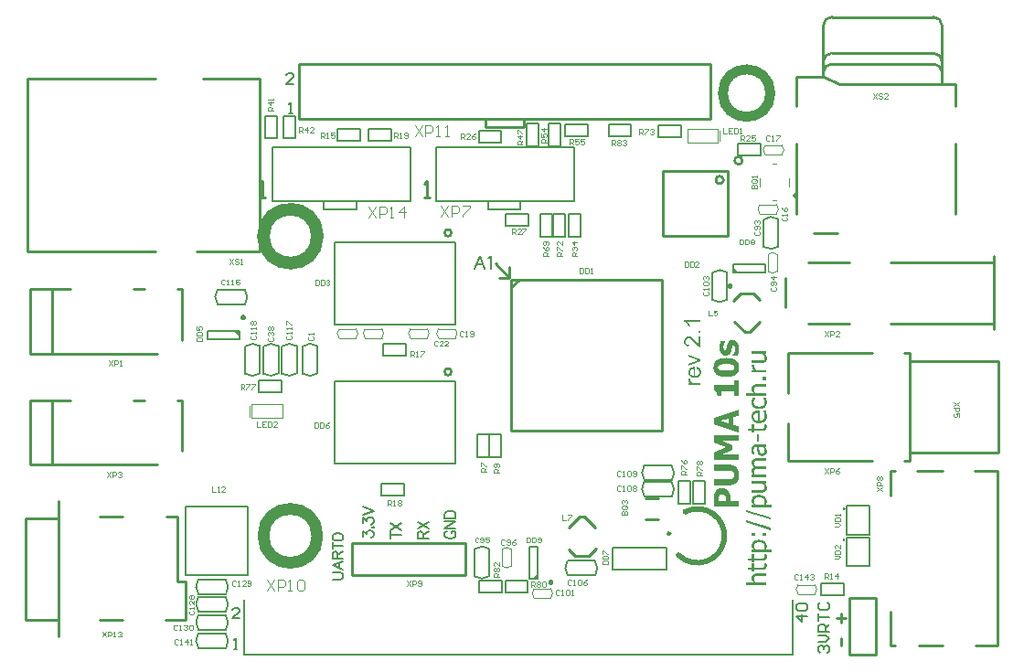
<source format=gto>
G04 Layer_Color=65535*
%FSLAX44Y44*%
%MOMM*%
G71*
G01*
G75*
%ADD10C,0.1000*%
%ADD41C,0.1500*%
%ADD42C,0.1200*%
%ADD43C,0.2000*%
%ADD47C,0.5000*%
%ADD49C,0.2032*%
%ADD135C,0.1300*%
%ADD188C,0.2540*%
%ADD189C,0.9000*%
%ADD190C,1.2000*%
%ADD191C,1.1000*%
%ADD192C,0.2500*%
%ADD193C,0.0800*%
%ADD194C,0.0900*%
G36*
X649434Y150365D02*
X649719Y150336D01*
X650033Y150308D01*
X650404Y150251D01*
X650804Y150194D01*
X651661Y149994D01*
X652117Y149880D01*
X652574Y149708D01*
X653031Y149508D01*
X653459Y149309D01*
X653859Y149052D01*
X654258Y148766D01*
X654287Y148737D01*
X654344Y148680D01*
X654430Y148595D01*
X654573Y148481D01*
X654715Y148309D01*
X654887Y148109D01*
X655058Y147910D01*
X655258Y147653D01*
X655429Y147367D01*
X655629Y147053D01*
X655943Y146339D01*
X656086Y145968D01*
X656171Y145540D01*
X656228Y145112D01*
X656257Y144655D01*
Y144598D01*
Y144484D01*
Y144284D01*
X656228Y144055D01*
X656200Y143770D01*
X656171Y143484D01*
X656029Y142856D01*
Y142828D01*
X655972Y142713D01*
X655943Y142571D01*
X655857Y142371D01*
X655743Y142142D01*
X655629Y141857D01*
X655315Y141286D01*
X660996D01*
Y139002D01*
X642439D01*
Y141286D01*
X643866D01*
X643838Y141315D01*
X643752Y141429D01*
X643609Y141600D01*
X643438Y141828D01*
X643238Y142114D01*
X643010Y142428D01*
X642810Y142771D01*
X642610Y143142D01*
X642582Y143199D01*
X642525Y143313D01*
X642439Y143541D01*
X642325Y143827D01*
X642239Y144170D01*
X642153Y144541D01*
X642096Y144969D01*
X642068Y145426D01*
Y145454D01*
Y145540D01*
Y145654D01*
X642096Y145825D01*
X642125Y145997D01*
X642153Y146225D01*
X642296Y146768D01*
X642525Y147339D01*
X642667Y147653D01*
X642839Y147967D01*
X643067Y148252D01*
X643324Y148538D01*
X643609Y148823D01*
X643923Y149080D01*
X643952Y149109D01*
X644009Y149137D01*
X644123Y149194D01*
X644266Y149280D01*
X644437Y149394D01*
X644666Y149508D01*
X644923Y149622D01*
X645237Y149737D01*
X645579Y149851D01*
X645950Y149965D01*
X646350Y150079D01*
X646778Y150194D01*
X647264Y150279D01*
X647778Y150336D01*
X648292Y150393D01*
X649177D01*
X649434Y150365D01*
D02*
G37*
G36*
X656000Y160985D02*
X654515D01*
X654544Y160928D01*
X654658Y160814D01*
X654829Y160614D01*
X655029Y160329D01*
X655258Y160015D01*
X655486Y159672D01*
X655714Y159329D01*
X655914Y158958D01*
X655943Y158930D01*
X655972Y158787D01*
X656057Y158587D01*
X656143Y158359D01*
X656228Y158045D01*
X656285Y157674D01*
X656343Y157302D01*
X656371Y156874D01*
Y156846D01*
Y156731D01*
X656343Y156560D01*
Y156332D01*
X656314Y156075D01*
X656257Y155789D01*
X656086Y155190D01*
X656057Y155161D01*
X656029Y155047D01*
X655972Y154904D01*
X655857Y154733D01*
X655743Y154504D01*
X655572Y154276D01*
X655400Y154048D01*
X655172Y153819D01*
X655144Y153791D01*
X655058Y153734D01*
X654915Y153619D01*
X654744Y153505D01*
X654515Y153363D01*
X654230Y153220D01*
X653944Y153077D01*
X653602Y152934D01*
X653545D01*
X653430Y152877D01*
X653231Y152849D01*
X652945Y152792D01*
X652603Y152734D01*
X652203Y152677D01*
X651746Y152649D01*
X651261Y152620D01*
X642439D01*
Y154904D01*
X650804D01*
X651089Y154933D01*
X651689D01*
X651974Y154961D01*
X652003D01*
X652089Y154990D01*
X652232Y155018D01*
X652374Y155047D01*
X652774Y155161D01*
X653202Y155332D01*
X653231D01*
X653288Y155390D01*
X653373Y155447D01*
X653488Y155532D01*
X653745Y155761D01*
X653973Y156075D01*
Y156103D01*
X654001Y156160D01*
X654030Y156275D01*
X654087Y156417D01*
X654116Y156617D01*
X654173Y156846D01*
X654201Y157131D01*
Y157445D01*
Y157474D01*
Y157588D01*
X654173Y157759D01*
X654144Y157988D01*
X654087Y158273D01*
X654001Y158559D01*
X653887Y158901D01*
X653745Y159244D01*
X653716Y159301D01*
X653659Y159415D01*
X653545Y159586D01*
X653402Y159815D01*
X653231Y160072D01*
X653031Y160386D01*
X652574Y160985D01*
X642439D01*
Y163269D01*
X656000D01*
Y160985D01*
D02*
G37*
G36*
X659940Y129581D02*
Y127554D01*
X637129Y134577D01*
Y136661D01*
X659940Y129581D01*
D02*
G37*
G36*
X656000Y112479D02*
X652545D01*
Y115392D01*
X656000D01*
Y112479D01*
D02*
G37*
G36*
X659940Y120074D02*
Y118047D01*
X637129Y125070D01*
Y127154D01*
X659940Y120074D01*
D02*
G37*
G36*
X655886Y216115D02*
X655914Y216029D01*
X655943Y215915D01*
X655972Y215743D01*
X656000Y215544D01*
X656057Y215315D01*
X656143Y214830D01*
Y214801D01*
X656171Y214716D01*
Y214601D01*
X656200Y214430D01*
X656228Y214030D01*
X656257Y213602D01*
Y213574D01*
Y213517D01*
Y213431D01*
X656228Y213288D01*
X656200Y212974D01*
X656114Y212546D01*
X656000Y212089D01*
X655800Y211604D01*
X655543Y211118D01*
X655201Y210690D01*
X655144Y210633D01*
X655001Y210519D01*
X654744Y210376D01*
X654373Y210176D01*
X653916Y209976D01*
X653345Y209834D01*
X652660Y209719D01*
X652260Y209662D01*
X644352D01*
Y208121D01*
X642439D01*
Y209662D01*
X638556D01*
Y211946D01*
X642439D01*
Y216143D01*
X644352D01*
Y211946D01*
X651917D01*
X652174Y211975D01*
X652488D01*
X652603Y212003D01*
X652745Y212032D01*
X653059Y212118D01*
X653430Y212260D01*
X653459D01*
X653488Y212289D01*
X653659Y212432D01*
X653887Y212631D01*
X654059Y212917D01*
Y212945D01*
X654087Y213003D01*
X654116Y213117D01*
X654144Y213260D01*
X654201Y213431D01*
X654230Y213631D01*
X654258Y213888D01*
Y214173D01*
Y214202D01*
Y214259D01*
Y214373D01*
X654230Y214516D01*
X654201Y214858D01*
X654116Y215229D01*
Y215258D01*
X654087Y215315D01*
X654059Y215401D01*
X654001Y215544D01*
X653916Y215772D01*
X653887Y215915D01*
X653830Y216000D01*
Y216143D01*
X655886D01*
Y216115D01*
D02*
G37*
G36*
X649462Y219169D02*
X649690D01*
X649862Y219198D01*
X650062D01*
X650290Y219226D01*
X650804Y219312D01*
X651375Y219455D01*
X652003Y219655D01*
X652574Y219940D01*
X653088Y220340D01*
Y220368D01*
X653145Y220397D01*
X653288Y220568D01*
X653488Y220825D01*
X653688Y221196D01*
X653916Y221682D01*
X654116Y222253D01*
X654258Y222909D01*
X654287Y223281D01*
X654316Y223652D01*
Y223680D01*
Y223766D01*
Y223937D01*
X654287Y224108D01*
Y224337D01*
X654258Y224594D01*
X654173Y225108D01*
Y225136D01*
X654144Y225222D01*
X654116Y225365D01*
X654059Y225564D01*
X653916Y225964D01*
X653716Y226421D01*
Y226450D01*
X653659Y226535D01*
X653630Y226649D01*
X653545Y226792D01*
X653402Y227135D01*
X653202Y227477D01*
Y227506D01*
X653145Y227563D01*
X653031Y227734D01*
X652888Y227963D01*
X652688Y228191D01*
Y228334D01*
X655201D01*
Y228305D01*
X655229Y228248D01*
X655258Y228162D01*
X655315Y228048D01*
X655429Y227734D01*
X655600Y227306D01*
Y227277D01*
X655629Y227220D01*
X655686Y227106D01*
X655714Y226963D01*
X655829Y226621D01*
X655943Y226250D01*
Y226221D01*
X655972Y226136D01*
X656000Y226021D01*
X656029Y225850D01*
X656114Y225479D01*
X656200Y225051D01*
Y225022D01*
X656228Y224965D01*
Y224822D01*
X656257Y224679D01*
X656285Y224480D01*
Y224251D01*
X656314Y223966D01*
Y223680D01*
Y223652D01*
Y223537D01*
Y223366D01*
X656285Y223138D01*
X656257Y222881D01*
X656228Y222567D01*
X656171Y222196D01*
X656086Y221824D01*
X655886Y221025D01*
X655714Y220597D01*
X655543Y220169D01*
X655343Y219769D01*
X655115Y219369D01*
X654829Y218969D01*
X654515Y218627D01*
X654487Y218598D01*
X654430Y218541D01*
X654316Y218456D01*
X654173Y218341D01*
X654001Y218227D01*
X653745Y218056D01*
X653488Y217913D01*
X653174Y217742D01*
X652831Y217571D01*
X652431Y217428D01*
X652003Y217257D01*
X651546Y217142D01*
X651061Y217028D01*
X650518Y216943D01*
X649919Y216885D01*
X649319Y216857D01*
X649005D01*
X648777Y216885D01*
X648492Y216914D01*
X648177Y216943D01*
X647806Y217000D01*
X647407Y217085D01*
X646579Y217285D01*
X646122Y217428D01*
X645694Y217571D01*
X645265Y217770D01*
X644837Y217999D01*
X644409Y218256D01*
X644038Y218570D01*
X644009Y218598D01*
X643952Y218655D01*
X643866Y218741D01*
X643724Y218884D01*
X643581Y219055D01*
X643410Y219284D01*
X643238Y219512D01*
X643038Y219797D01*
X642867Y220112D01*
X642696Y220454D01*
X642525Y220825D01*
X642382Y221225D01*
X642239Y221682D01*
X642153Y222139D01*
X642096Y222624D01*
X642068Y223138D01*
Y223166D01*
Y223195D01*
Y223338D01*
X642096Y223594D01*
X642125Y223880D01*
X642153Y224223D01*
X642211Y224622D01*
X642325Y224993D01*
X642439Y225365D01*
X642467Y225422D01*
X642496Y225536D01*
X642610Y225707D01*
X642724Y225936D01*
X642867Y226221D01*
X643067Y226507D01*
X643295Y226792D01*
X643581Y227078D01*
X643609Y227106D01*
X643724Y227192D01*
X643895Y227334D01*
X644095Y227477D01*
X644380Y227677D01*
X644723Y227848D01*
X645094Y228020D01*
X645494Y228191D01*
X645551Y228220D01*
X645694Y228248D01*
X645922Y228305D01*
X646265Y228391D01*
X646664Y228477D01*
X647121Y228534D01*
X647635Y228562D01*
X648234Y228591D01*
X649462D01*
Y219169D01*
D02*
G37*
G36*
X649177Y199927D02*
X647007D01*
Y206779D01*
X649177D01*
Y199927D01*
D02*
G37*
G36*
X656000Y181941D02*
X647606D01*
X647349Y181912D01*
X647035D01*
X646436Y181855D01*
X646407D01*
X646293Y181826D01*
X646150D01*
X645979Y181798D01*
X645579Y181684D01*
X645380Y181627D01*
X645208Y181541D01*
X645180D01*
X645123Y181512D01*
X644923Y181370D01*
X644694Y181170D01*
X644494Y180856D01*
Y180827D01*
X644466Y180770D01*
X644409Y180685D01*
X644352Y180542D01*
X644323Y180371D01*
X644266Y180171D01*
X644238Y179942D01*
Y179657D01*
Y179628D01*
Y179543D01*
X644266Y179400D01*
X644295Y179200D01*
X644352Y178972D01*
X644437Y178715D01*
X644552Y178429D01*
X644694Y178144D01*
X644723Y178115D01*
X644780Y178001D01*
X644866Y177858D01*
X645008Y177630D01*
X645180Y177401D01*
X645380Y177116D01*
X645637Y176802D01*
X645922Y176488D01*
X646208D01*
X646407Y176516D01*
X646464D01*
X646607Y176545D01*
X656000D01*
Y174261D01*
X647606D01*
X647349Y174232D01*
X647035D01*
X646436Y174175D01*
X646407D01*
X646293Y174147D01*
X646150D01*
X645979Y174118D01*
X645579Y174004D01*
X645380Y173947D01*
X645208Y173861D01*
X645180D01*
X645123Y173833D01*
X644923Y173690D01*
X644694Y173490D01*
X644494Y173176D01*
Y173147D01*
X644466Y173090D01*
X644409Y173005D01*
X644352Y172862D01*
X644323Y172691D01*
X644266Y172491D01*
X644238Y172262D01*
Y171977D01*
Y171948D01*
Y171863D01*
X644266Y171691D01*
X644295Y171492D01*
X644352Y171263D01*
X644437Y171006D01*
X644552Y170721D01*
X644723Y170407D01*
X644752Y170378D01*
X644809Y170264D01*
X644894Y170121D01*
X645037Y169921D01*
X645208Y169693D01*
X645408Y169407D01*
X645637Y169151D01*
X645893Y168865D01*
X656000D01*
Y166581D01*
X642439D01*
Y168865D01*
X643952D01*
X643923Y168894D01*
X643809Y169008D01*
X643638Y169179D01*
X643438Y169407D01*
X643238Y169693D01*
X643010Y169978D01*
X642782Y170292D01*
X642582Y170606D01*
X642553Y170635D01*
X642496Y170749D01*
X642410Y170949D01*
X642325Y171178D01*
X642239Y171463D01*
X642153Y171806D01*
X642096Y172148D01*
X642068Y172548D01*
Y172605D01*
Y172748D01*
X642096Y172976D01*
X642125Y173262D01*
X642211Y173604D01*
X642296Y173947D01*
X642439Y174318D01*
X642639Y174660D01*
X642667Y174689D01*
X642753Y174803D01*
X642867Y174975D01*
X643067Y175203D01*
X643295Y175431D01*
X643609Y175660D01*
X643981Y175888D01*
X644409Y176088D01*
X644352Y176145D01*
X644209Y176259D01*
X644009Y176459D01*
X643752Y176716D01*
X643467Y177030D01*
X643181Y177373D01*
X642924Y177715D01*
X642667Y178086D01*
X642639Y178144D01*
X642582Y178258D01*
X642467Y178458D01*
X642353Y178743D01*
X642268Y179057D01*
X642153Y179400D01*
X642096Y179799D01*
X642068Y180228D01*
Y180256D01*
Y180371D01*
Y180542D01*
X642096Y180770D01*
X642125Y180998D01*
X642182Y181284D01*
X642353Y181826D01*
Y181855D01*
X642410Y181941D01*
X642467Y182083D01*
X642582Y182255D01*
X642696Y182455D01*
X642839Y182654D01*
X643038Y182883D01*
X643238Y183083D01*
X643267Y183111D01*
X643353Y183168D01*
X643495Y183283D01*
X643667Y183397D01*
X643895Y183511D01*
X644152Y183654D01*
X644437Y183796D01*
X644780Y183911D01*
X644809Y183939D01*
X644951Y183968D01*
X645151Y184025D01*
X645408Y184082D01*
X645751Y184139D01*
X646150Y184168D01*
X646579Y184225D01*
X656000D01*
Y181941D01*
D02*
G37*
G36*
Y195016D02*
X654573D01*
X654601Y194959D01*
X654715Y194817D01*
X654887Y194560D01*
X655144Y194246D01*
X655172Y194217D01*
X655201Y194160D01*
X655286Y194074D01*
X655343Y193960D01*
X655543Y193675D01*
X655743Y193361D01*
Y193332D01*
X655800Y193246D01*
X655829Y193132D01*
X655914Y192989D01*
X656057Y192590D01*
X656200Y192161D01*
Y192133D01*
X656228Y192076D01*
X656257Y191933D01*
X656285Y191762D01*
X656314Y191533D01*
X656343Y191276D01*
X656371Y190962D01*
Y190591D01*
Y190563D01*
Y190448D01*
X656343Y190277D01*
Y190077D01*
X656285Y189849D01*
X656228Y189563D01*
X656171Y189278D01*
X656057Y188992D01*
X656029Y188964D01*
X656000Y188878D01*
X655914Y188736D01*
X655829Y188564D01*
X655543Y188136D01*
X655172Y187679D01*
X655144Y187651D01*
X655086Y187593D01*
X654944Y187479D01*
X654801Y187365D01*
X654601Y187222D01*
X654373Y187080D01*
X654116Y186937D01*
X653830Y186794D01*
X653802D01*
X653688Y186737D01*
X653516Y186709D01*
X653288Y186651D01*
X653031Y186594D01*
X652745Y186537D01*
X652431Y186509D01*
X652089Y186480D01*
X651860D01*
X651603Y186509D01*
X651261Y186566D01*
X650890Y186623D01*
X650490Y186709D01*
X650090Y186851D01*
X649690Y187051D01*
X649633Y187080D01*
X649519Y187165D01*
X649348Y187308D01*
X649120Y187508D01*
X648863Y187765D01*
X648606Y188107D01*
X648349Y188479D01*
X648120Y188935D01*
X648092Y188992D01*
X648035Y189135D01*
X647949Y189392D01*
X647835Y189706D01*
X647721Y190106D01*
X647606Y190563D01*
X647492Y191048D01*
X647407Y191619D01*
Y191647D01*
Y191705D01*
X647378Y191790D01*
Y191905D01*
X647349Y192047D01*
Y192218D01*
X647292Y192647D01*
X647235Y193132D01*
X647178Y193703D01*
X647150Y194360D01*
X647093Y195016D01*
X646379D01*
X646208Y194988D01*
X645779Y194902D01*
X645579Y194845D01*
X645380Y194760D01*
X645351D01*
X645294Y194702D01*
X645208Y194645D01*
X645094Y194588D01*
X644837Y194360D01*
X644609Y194074D01*
Y194046D01*
X644552Y193989D01*
X644523Y193903D01*
X644466Y193789D01*
X644380Y193617D01*
X644323Y193446D01*
X644238Y193018D01*
Y192989D01*
X644209Y192904D01*
Y192789D01*
X644181Y192618D01*
X644152Y192418D01*
Y192190D01*
X644123Y191705D01*
Y191676D01*
Y191562D01*
Y191391D01*
X644152Y191191D01*
X644181Y190905D01*
X644238Y190591D01*
X644295Y190249D01*
X644380Y189849D01*
Y189792D01*
X644409Y189678D01*
X644466Y189449D01*
X644552Y189192D01*
X644637Y188850D01*
X644752Y188507D01*
X645066Y187708D01*
Y187593D01*
X642753D01*
Y187622D01*
X642724Y187708D01*
X642696Y187850D01*
X642639Y188050D01*
X642582Y188307D01*
X642525Y188621D01*
X642439Y188992D01*
X642353Y189392D01*
Y189449D01*
X642325Y189592D01*
X642268Y189820D01*
X642239Y190134D01*
X642182Y190477D01*
X642153Y190877D01*
X642125Y191733D01*
Y191762D01*
Y191790D01*
Y191962D01*
Y192218D01*
X642153Y192561D01*
X642182Y192932D01*
X642211Y193303D01*
X642268Y193703D01*
X642353Y194074D01*
Y194131D01*
X642410Y194246D01*
X642467Y194417D01*
X642525Y194645D01*
X642639Y194931D01*
X642782Y195216D01*
X642953Y195530D01*
X643153Y195816D01*
X643181Y195844D01*
X643238Y195930D01*
X643381Y196073D01*
X643524Y196244D01*
X643752Y196415D01*
X643981Y196587D01*
X644266Y196786D01*
X644580Y196929D01*
X644609Y196958D01*
X644752Y196986D01*
X644923Y197043D01*
X645180Y197129D01*
X645494Y197186D01*
X645865Y197243D01*
X646293Y197272D01*
X646750Y197300D01*
X656000D01*
Y195016D01*
D02*
G37*
G36*
X645893Y112479D02*
X642439D01*
Y115392D01*
X645893D01*
Y112479D01*
D02*
G37*
G36*
X595001Y287202D02*
X594750D01*
X594591Y287225D01*
X594386Y287248D01*
X594181Y287271D01*
X593930Y287339D01*
X593702Y287407D01*
X593680D01*
X593657Y287430D01*
X593520Y287476D01*
X593315Y287567D01*
X593064Y287704D01*
X592745Y287886D01*
X592404Y288091D01*
X592039Y288342D01*
X591675Y288638D01*
X591652D01*
X591629Y288683D01*
X591492Y288797D01*
X591287Y289002D01*
X591014Y289276D01*
X590672Y289618D01*
X590262Y290050D01*
X589829Y290552D01*
X589351Y291121D01*
X589328Y291144D01*
X589259Y291235D01*
X589146Y291349D01*
X589009Y291531D01*
X588849Y291736D01*
X588644Y291964D01*
X588166Y292465D01*
X587665Y293035D01*
X587118Y293582D01*
X586844Y293855D01*
X586594Y294083D01*
X586343Y294311D01*
X586115Y294493D01*
X586092D01*
X586070Y294539D01*
X586001Y294584D01*
X585910Y294630D01*
X585682Y294767D01*
X585386Y294949D01*
X585022Y295108D01*
X584634Y295245D01*
X584247Y295336D01*
X583837Y295382D01*
X583791D01*
X583655Y295359D01*
X583450Y295336D01*
X583176Y295291D01*
X582880Y295177D01*
X582561Y295040D01*
X582242Y294835D01*
X581946Y294562D01*
X581923Y294516D01*
X581832Y294425D01*
X581695Y294243D01*
X581559Y294015D01*
X581422Y293696D01*
X581285Y293354D01*
X581194Y292944D01*
X581171Y292488D01*
Y292465D01*
Y292420D01*
Y292352D01*
X581194Y292260D01*
X581217Y292010D01*
X581285Y291714D01*
X581376Y291349D01*
X581536Y290985D01*
X581741Y290620D01*
X582014Y290301D01*
X582060Y290278D01*
X582174Y290187D01*
X582356Y290050D01*
X582607Y289914D01*
X582926Y289754D01*
X583313Y289640D01*
X583769Y289549D01*
X584270Y289504D01*
X584065Y287567D01*
X583974D01*
X583860Y287590D01*
X583700Y287613D01*
X583518Y287658D01*
X583313Y287704D01*
X582834Y287818D01*
X582310Y288000D01*
X581764Y288273D01*
X581490Y288433D01*
X581240Y288615D01*
X580989Y288820D01*
X580761Y289048D01*
X580738Y289071D01*
X580716Y289116D01*
X580647Y289185D01*
X580579Y289276D01*
X580488Y289412D01*
X580397Y289572D01*
X580305Y289754D01*
X580191Y289982D01*
X580078Y290210D01*
X579986Y290460D01*
X579895Y290757D01*
X579804Y291076D01*
X579736Y291395D01*
X579668Y291759D01*
X579645Y292124D01*
X579622Y292534D01*
Y292557D01*
Y292625D01*
Y292739D01*
X579645Y292898D01*
X579668Y293081D01*
X579690Y293309D01*
X579713Y293536D01*
X579781Y293810D01*
X579918Y294357D01*
X580146Y294949D01*
X580283Y295222D01*
X580442Y295496D01*
X580624Y295769D01*
X580852Y296020D01*
X580875Y296043D01*
X580898Y296065D01*
X580966Y296134D01*
X581080Y296225D01*
X581194Y296316D01*
X581331Y296430D01*
X581513Y296544D01*
X581695Y296681D01*
X582128Y296908D01*
X582652Y297113D01*
X582926Y297204D01*
X583245Y297273D01*
X583541Y297296D01*
X583882Y297318D01*
X584042D01*
X584224Y297296D01*
X584452Y297273D01*
X584748Y297227D01*
X585045Y297159D01*
X585363Y297068D01*
X585705Y296931D01*
X585751Y296908D01*
X585865Y296863D01*
X586024Y296772D01*
X586252Y296635D01*
X586548Y296453D01*
X586867Y296248D01*
X587209Y295974D01*
X587574Y295678D01*
X587619Y295632D01*
X587756Y295518D01*
X587847Y295427D01*
X587984Y295291D01*
X588120Y295154D01*
X588280Y294995D01*
X588462Y294812D01*
X588667Y294584D01*
X588872Y294357D01*
X589123Y294083D01*
X589373Y293810D01*
X589647Y293491D01*
X589943Y293149D01*
X590262Y292785D01*
X590285Y292762D01*
X590330Y292716D01*
X590399Y292625D01*
X590490Y292511D01*
X590740Y292238D01*
X591037Y291873D01*
X591356Y291509D01*
X591675Y291167D01*
X591971Y290848D01*
X592085Y290734D01*
X592199Y290620D01*
X592221Y290597D01*
X592290Y290552D01*
X592381Y290460D01*
X592518Y290347D01*
X592654Y290210D01*
X592836Y290073D01*
X593201Y289823D01*
Y297341D01*
X595001D01*
Y287202D01*
D02*
G37*
G36*
Y300417D02*
X592859D01*
Y302559D01*
X595001D01*
Y300417D01*
D02*
G37*
G36*
Y276152D02*
Y274375D01*
X583882Y270160D01*
Y272142D01*
X590558Y274535D01*
X590581D01*
X590604Y274557D01*
X590740Y274603D01*
X590968Y274671D01*
X591242Y274762D01*
X591583Y274876D01*
X591948Y274990D01*
X592358Y275127D01*
X592791Y275241D01*
X592745Y275264D01*
X592631Y275287D01*
X592449Y275355D01*
X592199Y275423D01*
X591880Y275514D01*
X591515Y275651D01*
X591105Y275788D01*
X590672Y275947D01*
X583882Y278408D01*
Y280345D01*
X595001Y276152D01*
D02*
G37*
G36*
X585979Y257606D02*
X585956Y257584D01*
X585910Y257492D01*
X585842Y257356D01*
X585774Y257173D01*
X585705Y256968D01*
X585637Y256740D01*
X585591Y256490D01*
X585569Y256239D01*
Y256217D01*
Y256125D01*
X585591Y256011D01*
X585614Y255875D01*
X585660Y255693D01*
X585728Y255510D01*
X585819Y255305D01*
X585956Y255123D01*
X585979Y255100D01*
X586024Y255054D01*
X586115Y254963D01*
X586229Y254849D01*
X586366Y254736D01*
X586548Y254644D01*
X586753Y254531D01*
X586981Y254439D01*
X587027Y254417D01*
X587163Y254394D01*
X587368Y254348D01*
X587642Y254303D01*
X587961Y254234D01*
X588325Y254189D01*
X588758Y254166D01*
X589191Y254143D01*
X595001D01*
Y252252D01*
X583882D01*
Y253961D01*
X585546D01*
X585523Y253984D01*
X585386Y254075D01*
X585181Y254189D01*
X584931Y254348D01*
X584680Y254531D01*
X584407Y254736D01*
X584179Y254941D01*
X584019Y255146D01*
X583996Y255168D01*
X583951Y255237D01*
X583905Y255351D01*
X583814Y255510D01*
X583746Y255693D01*
X583700Y255898D01*
X583655Y256103D01*
X583632Y256353D01*
Y256399D01*
Y256513D01*
X583655Y256695D01*
X583700Y256946D01*
X583791Y257242D01*
X583882Y257561D01*
X584042Y257925D01*
X584247Y258290D01*
X585979Y257606D01*
D02*
G37*
G36*
X589920Y268998D02*
Y260705D01*
X590011D01*
X590103Y260728D01*
X590216D01*
X590376Y260751D01*
X590558Y260773D01*
X590968Y260864D01*
X591424Y261001D01*
X591880Y261183D01*
X592335Y261411D01*
X592745Y261730D01*
X592791Y261776D01*
X592905Y261890D01*
X593042Y262095D01*
X593224Y262368D01*
X593406Y262710D01*
X593543Y263097D01*
X593657Y263553D01*
X593702Y264054D01*
Y264077D01*
Y264100D01*
Y264236D01*
X593680Y264419D01*
X593634Y264669D01*
X593566Y264943D01*
X593475Y265239D01*
X593361Y265535D01*
X593178Y265831D01*
X593156Y265854D01*
X593064Y265945D01*
X592951Y266082D01*
X592745Y266264D01*
X592518Y266446D01*
X592199Y266651D01*
X591834Y266834D01*
X591424Y267016D01*
X591675Y268953D01*
X591697D01*
X591743Y268930D01*
X591834Y268907D01*
X591948Y268862D01*
X592108Y268816D01*
X592267Y268748D01*
X592654Y268565D01*
X593064Y268337D01*
X593520Y268041D01*
X593930Y267677D01*
X594318Y267244D01*
Y267221D01*
X594363Y267198D01*
X594409Y267107D01*
X594454Y267016D01*
X594523Y266902D01*
X594614Y266743D01*
X594705Y266583D01*
X594773Y266378D01*
X594955Y265922D01*
X595115Y265376D01*
X595206Y264738D01*
X595252Y264054D01*
Y264031D01*
Y263940D01*
Y263826D01*
X595229Y263644D01*
X595206Y263439D01*
X595183Y263211D01*
X595138Y262938D01*
X595069Y262664D01*
X594887Y262049D01*
X594773Y261707D01*
X594636Y261388D01*
X594454Y261069D01*
X594249Y260751D01*
X594021Y260454D01*
X593771Y260181D01*
X593748Y260158D01*
X593702Y260112D01*
X593611Y260044D01*
X593497Y259953D01*
X593338Y259862D01*
X593156Y259725D01*
X592928Y259611D01*
X592677Y259475D01*
X592404Y259338D01*
X592085Y259224D01*
X591743Y259087D01*
X591356Y258996D01*
X590946Y258905D01*
X590513Y258837D01*
X590057Y258791D01*
X589556Y258768D01*
X589282D01*
X589100Y258791D01*
X588849Y258814D01*
X588576Y258837D01*
X588280Y258882D01*
X587938Y258951D01*
X587254Y259110D01*
X586890Y259247D01*
X586525Y259383D01*
X586161Y259543D01*
X585819Y259725D01*
X585477Y259953D01*
X585181Y260204D01*
X585158Y260226D01*
X585113Y260272D01*
X585045Y260363D01*
X584931Y260454D01*
X584817Y260614D01*
X584680Y260773D01*
X584543Y260978D01*
X584407Y261206D01*
X584270Y261457D01*
X584110Y261753D01*
X583996Y262049D01*
X583882Y262391D01*
X583769Y262733D01*
X583700Y263120D01*
X583655Y263530D01*
X583632Y263940D01*
Y263963D01*
Y264031D01*
Y264145D01*
X583655Y264305D01*
X583677Y264510D01*
X583723Y264715D01*
X583769Y264965D01*
X583814Y265239D01*
X583996Y265809D01*
X584133Y266105D01*
X584270Y266424D01*
X584452Y266720D01*
X584657Y267016D01*
X584885Y267312D01*
X585158Y267586D01*
X585181Y267608D01*
X585227Y267654D01*
X585318Y267722D01*
X585432Y267813D01*
X585591Y267927D01*
X585774Y268041D01*
X586001Y268178D01*
X586252Y268315D01*
X586548Y268429D01*
X586867Y268565D01*
X587209Y268679D01*
X587596Y268793D01*
X588006Y268884D01*
X588439Y268953D01*
X588918Y268998D01*
X589419Y269021D01*
X589715D01*
X589920Y268998D01*
D02*
G37*
G36*
X655886Y95749D02*
X655914Y95664D01*
X655943Y95550D01*
X655972Y95378D01*
X656000Y95178D01*
X656057Y94950D01*
X656143Y94465D01*
Y94436D01*
X656171Y94351D01*
Y94236D01*
X656200Y94065D01*
X656228Y93665D01*
X656257Y93237D01*
Y93209D01*
Y93151D01*
Y93066D01*
X656228Y92923D01*
X656200Y92609D01*
X656114Y92181D01*
X656000Y91724D01*
X655800Y91239D01*
X655543Y90753D01*
X655201Y90325D01*
X655144Y90268D01*
X655001Y90154D01*
X654744Y90011D01*
X654373Y89811D01*
X653916Y89611D01*
X653345Y89468D01*
X652660Y89354D01*
X652260Y89297D01*
X644352D01*
Y87756D01*
X642439D01*
Y89297D01*
X638556D01*
Y91581D01*
X642439D01*
Y95778D01*
X644352D01*
Y91581D01*
X651917D01*
X652174Y91610D01*
X652488D01*
X652603Y91638D01*
X652745Y91667D01*
X653059Y91753D01*
X653430Y91895D01*
X653459D01*
X653488Y91924D01*
X653659Y92066D01*
X653887Y92266D01*
X654059Y92552D01*
Y92580D01*
X654087Y92638D01*
X654116Y92752D01*
X654144Y92894D01*
X654201Y93066D01*
X654230Y93266D01*
X654258Y93523D01*
Y93808D01*
Y93837D01*
Y93894D01*
Y94008D01*
X654230Y94151D01*
X654201Y94493D01*
X654116Y94864D01*
Y94893D01*
X654087Y94950D01*
X654059Y95036D01*
X654001Y95178D01*
X653916Y95407D01*
X653887Y95550D01*
X653830Y95635D01*
Y95778D01*
X655886D01*
Y95749D01*
D02*
G37*
G36*
X649434Y108825D02*
X649719Y108797D01*
X650033Y108768D01*
X650404Y108711D01*
X650804Y108654D01*
X651661Y108454D01*
X652117Y108340D01*
X652574Y108168D01*
X653031Y107969D01*
X653459Y107769D01*
X653859Y107512D01*
X654258Y107226D01*
X654287Y107198D01*
X654344Y107141D01*
X654430Y107055D01*
X654573Y106941D01*
X654715Y106770D01*
X654887Y106570D01*
X655058Y106370D01*
X655258Y106113D01*
X655429Y105827D01*
X655629Y105513D01*
X655943Y104800D01*
X656086Y104429D01*
X656171Y104000D01*
X656228Y103572D01*
X656257Y103115D01*
Y103058D01*
Y102944D01*
Y102744D01*
X656228Y102516D01*
X656200Y102230D01*
X656171Y101945D01*
X656029Y101317D01*
Y101288D01*
X655972Y101174D01*
X655943Y101031D01*
X655857Y100831D01*
X655743Y100603D01*
X655629Y100317D01*
X655315Y99746D01*
X660996D01*
Y97462D01*
X642439D01*
Y99746D01*
X643866D01*
X643838Y99775D01*
X643752Y99889D01*
X643609Y100060D01*
X643438Y100289D01*
X643238Y100574D01*
X643010Y100888D01*
X642810Y101231D01*
X642610Y101602D01*
X642582Y101659D01*
X642525Y101773D01*
X642439Y102002D01*
X642325Y102287D01*
X642239Y102630D01*
X642153Y103001D01*
X642096Y103429D01*
X642068Y103886D01*
Y103915D01*
Y104000D01*
Y104115D01*
X642096Y104286D01*
X642125Y104457D01*
X642153Y104685D01*
X642296Y105228D01*
X642525Y105799D01*
X642667Y106113D01*
X642839Y106427D01*
X643067Y106713D01*
X643324Y106998D01*
X643609Y107283D01*
X643923Y107540D01*
X643952Y107569D01*
X644009Y107598D01*
X644123Y107655D01*
X644266Y107740D01*
X644437Y107854D01*
X644666Y107969D01*
X644923Y108083D01*
X645237Y108197D01*
X645579Y108311D01*
X645950Y108426D01*
X646350Y108540D01*
X646778Y108654D01*
X647264Y108740D01*
X647778Y108797D01*
X648292Y108854D01*
X649177D01*
X649434Y108825D01*
D02*
G37*
G36*
X655886Y87442D02*
X655914Y87356D01*
X655943Y87242D01*
X655972Y87070D01*
X656000Y86870D01*
X656057Y86642D01*
X656143Y86157D01*
Y86128D01*
X656171Y86043D01*
Y85928D01*
X656200Y85757D01*
X656228Y85357D01*
X656257Y84929D01*
Y84901D01*
Y84844D01*
Y84758D01*
X656228Y84615D01*
X656200Y84301D01*
X656114Y83873D01*
X656000Y83416D01*
X655800Y82931D01*
X655543Y82445D01*
X655201Y82017D01*
X655144Y81960D01*
X655001Y81846D01*
X654744Y81703D01*
X654373Y81503D01*
X653916Y81303D01*
X653345Y81161D01*
X652660Y81046D01*
X652260Y80989D01*
X644352D01*
Y79448D01*
X642439D01*
Y80989D01*
X638556D01*
Y83273D01*
X642439D01*
Y87470D01*
X644352D01*
Y83273D01*
X651917D01*
X652174Y83302D01*
X652488D01*
X652603Y83330D01*
X652745Y83359D01*
X653059Y83445D01*
X653430Y83587D01*
X653459D01*
X653488Y83616D01*
X653659Y83759D01*
X653887Y83959D01*
X654059Y84244D01*
Y84272D01*
X654087Y84330D01*
X654116Y84444D01*
X654144Y84586D01*
X654201Y84758D01*
X654230Y84958D01*
X654258Y85215D01*
Y85500D01*
Y85529D01*
Y85586D01*
Y85700D01*
X654230Y85843D01*
X654201Y86185D01*
X654116Y86557D01*
Y86585D01*
X654087Y86642D01*
X654059Y86728D01*
X654001Y86870D01*
X653916Y87099D01*
X653887Y87242D01*
X653830Y87327D01*
Y87470D01*
X655886D01*
Y87442D01*
D02*
G37*
G36*
X595001Y310510D02*
X583040D01*
X583062Y310487D01*
X583153Y310396D01*
X583267Y310237D01*
X583450Y310032D01*
X583632Y309781D01*
X583860Y309462D01*
X584088Y309098D01*
X584338Y308710D01*
Y308688D01*
X584361Y308665D01*
X584452Y308528D01*
X584566Y308323D01*
X584703Y308050D01*
X584862Y307753D01*
X584999Y307435D01*
X585158Y307093D01*
X585295Y306751D01*
X583472D01*
Y306774D01*
X583450Y306819D01*
X583404Y306910D01*
X583336Y307024D01*
X583267Y307161D01*
X583176Y307320D01*
X582971Y307685D01*
X582720Y308118D01*
X582424Y308574D01*
X582083Y309029D01*
X581695Y309485D01*
X581673Y309508D01*
X581650Y309531D01*
X581513Y309690D01*
X581308Y309895D01*
X581035Y310146D01*
X580716Y310419D01*
X580374Y310693D01*
X580009Y310966D01*
X579622Y311171D01*
Y312401D01*
X595001D01*
Y310510D01*
D02*
G37*
G36*
X656000Y75365D02*
X647721D01*
X647464Y75336D01*
X647150Y75308D01*
X646550Y75251D01*
X646522D01*
X646407Y75222D01*
X646265D01*
X646093Y75165D01*
X645665Y75079D01*
X645465Y74994D01*
X645265Y74908D01*
X645237D01*
X645180Y74851D01*
X645094Y74794D01*
X644980Y74708D01*
X644723Y74451D01*
X644494Y74137D01*
Y74109D01*
X644466Y74052D01*
X644409Y73938D01*
X644352Y73795D01*
X644323Y73595D01*
X644266Y73367D01*
X644238Y73110D01*
Y72796D01*
Y72767D01*
Y72653D01*
X644266Y72481D01*
X644295Y72253D01*
X644352Y71996D01*
X644437Y71682D01*
X644552Y71368D01*
X644694Y71026D01*
X644723Y70997D01*
X644780Y70883D01*
X644866Y70711D01*
X645008Y70483D01*
X645180Y70226D01*
X645380Y69912D01*
X645637Y69598D01*
X645893Y69284D01*
X656000D01*
Y67000D01*
X637129D01*
Y69284D01*
X643952D01*
X643923Y69341D01*
X643809Y69455D01*
X643638Y69655D01*
X643438Y69912D01*
X643238Y70226D01*
X643010Y70540D01*
X642782Y70911D01*
X642582Y71282D01*
X642553Y71340D01*
X642496Y71454D01*
X642410Y71654D01*
X642325Y71911D01*
X642239Y72225D01*
X642153Y72596D01*
X642096Y72967D01*
X642068Y73367D01*
Y73395D01*
Y73452D01*
Y73566D01*
X642096Y73709D01*
Y73880D01*
X642125Y74080D01*
X642239Y74509D01*
X642382Y75022D01*
X642639Y75536D01*
X642953Y76050D01*
X643181Y76279D01*
X643410Y76507D01*
X643438D01*
X643467Y76564D01*
X643552Y76621D01*
X643667Y76678D01*
X643781Y76764D01*
X643952Y76878D01*
X644152Y76964D01*
X644380Y77078D01*
X644637Y77192D01*
X644923Y77278D01*
X645237Y77392D01*
X645551Y77478D01*
X646322Y77592D01*
X647207Y77649D01*
X656000D01*
Y75365D01*
D02*
G37*
G36*
X619722Y277208D02*
X620080D01*
X620439Y277172D01*
X621227Y277136D01*
X622086Y277029D01*
X622981Y276921D01*
X623841Y276742D01*
X623877D01*
X623948Y276706D01*
X624056D01*
X624199Y276670D01*
X624593Y276527D01*
X625130Y276384D01*
X625703Y276169D01*
X626312Y275918D01*
X626921Y275596D01*
X627494Y275238D01*
X627566Y275202D01*
X627745Y275059D01*
X627995Y274808D01*
X628318Y274522D01*
X628676Y274128D01*
X629034Y273662D01*
X629392Y273125D01*
X629715Y272552D01*
Y272516D01*
X629750Y272480D01*
X629786Y272373D01*
X629822Y272265D01*
X629965Y271907D01*
X630073Y271442D01*
X630216Y270833D01*
X630359Y270152D01*
X630431Y269364D01*
X630467Y268505D01*
Y268469D01*
Y268397D01*
Y268290D01*
Y268111D01*
X630431Y267896D01*
Y267645D01*
X630359Y267108D01*
X630288Y266463D01*
X630144Y265783D01*
X629965Y265067D01*
X629715Y264422D01*
X629679Y264350D01*
X629571Y264135D01*
X629392Y263849D01*
X629141Y263455D01*
X628819Y263061D01*
X628461Y262596D01*
X627995Y262166D01*
X627458Y261736D01*
X627387Y261700D01*
X627207Y261557D01*
X626885Y261378D01*
X626455Y261163D01*
X625918Y260912D01*
X625309Y260662D01*
X624593Y260447D01*
X623805Y260232D01*
X623769D01*
X623698Y260196D01*
X623590D01*
X623411Y260160D01*
X623196Y260124D01*
X622946Y260089D01*
X622659Y260053D01*
X622337Y260017D01*
X621585Y259909D01*
X620725Y259838D01*
X619758Y259802D01*
X618684Y259766D01*
X617932D01*
X617609Y259802D01*
X617287D01*
X616929Y259838D01*
X616105Y259874D01*
X615246Y259945D01*
X614386Y260053D01*
X613562Y260196D01*
X613526D01*
X613455Y260232D01*
X613348D01*
X613204Y260303D01*
X612810Y260411D01*
X612309Y260554D01*
X611700Y260769D01*
X611091Y261056D01*
X610482Y261378D01*
X609874Y261772D01*
X609802Y261808D01*
X609623Y261951D01*
X609372Y262202D01*
X609014Y262488D01*
X608656Y262882D01*
X608298Y263348D01*
X607940Y263885D01*
X607617Y264494D01*
Y264529D01*
X607581Y264565D01*
X607546Y264673D01*
X607510Y264780D01*
X607366Y265138D01*
X607223Y265640D01*
X607116Y266213D01*
X606973Y266893D01*
X606901Y267681D01*
X606865Y268505D01*
Y268541D01*
Y268612D01*
Y268755D01*
Y268899D01*
X606901Y269114D01*
Y269364D01*
X606973Y269937D01*
X607044Y270582D01*
X607188Y271227D01*
X607402Y271907D01*
X607653Y272552D01*
Y272588D01*
X607689Y272623D01*
X607796Y272838D01*
X607975Y273125D01*
X608226Y273519D01*
X608548Y273949D01*
X608942Y274414D01*
X609408Y274844D01*
X609945Y275274D01*
X610017Y275310D01*
X610196Y275453D01*
X610518Y275632D01*
X610984Y275847D01*
X611521Y276097D01*
X612130Y276348D01*
X612846Y276563D01*
X613634Y276778D01*
X613670D01*
X613741Y276814D01*
X613849D01*
X614028Y276849D01*
X614243Y276885D01*
X614458Y276921D01*
X614744Y276957D01*
X615066Y277029D01*
X615819Y277100D01*
X616678Y277172D01*
X617645Y277208D01*
X618684Y277243D01*
X619436D01*
X619722Y277208D01*
D02*
G37*
G36*
X625094Y293933D02*
X625417Y293897D01*
X625775Y293825D01*
X626169Y293718D01*
X626563Y293575D01*
X626993Y293396D01*
X627028Y293360D01*
X627172Y293288D01*
X627387Y293145D01*
X627601Y292966D01*
X627888Y292751D01*
X628210Y292464D01*
X628497Y292142D01*
X628783Y291784D01*
X628819Y291748D01*
X628927Y291605D01*
X629070Y291354D01*
X629249Y291068D01*
X629464Y290674D01*
X629643Y290244D01*
X629858Y289743D01*
X630037Y289205D01*
Y289134D01*
X630108Y288955D01*
X630180Y288632D01*
X630252Y288202D01*
X630323Y287701D01*
X630395Y287092D01*
X630431Y286412D01*
X630467Y285660D01*
Y285624D01*
Y285588D01*
Y285481D01*
Y285337D01*
X630431Y284979D01*
Y284514D01*
X630359Y283941D01*
X630288Y283332D01*
X630216Y282723D01*
X630073Y282078D01*
Y282043D01*
X630037Y282007D01*
X630001Y281792D01*
X629929Y281505D01*
X629786Y281111D01*
X629679Y280682D01*
X629500Y280216D01*
X629320Y279750D01*
X629106Y279321D01*
X624593D01*
Y279750D01*
X624665Y279822D01*
X624808Y280001D01*
X625023Y280252D01*
X625274Y280610D01*
Y280646D01*
X625345Y280717D01*
X625381Y280825D01*
X625488Y280968D01*
X625596Y281147D01*
X625703Y281398D01*
X625847Y281684D01*
X625990Y281971D01*
Y282007D01*
X626026Y282114D01*
X626097Y282257D01*
X626169Y282472D01*
X626276Y282723D01*
X626384Y283009D01*
X626563Y283654D01*
Y283690D01*
X626599Y283833D01*
X626634Y284012D01*
X626670Y284263D01*
X626742Y284550D01*
X626778Y284908D01*
X626814Y285695D01*
Y285731D01*
Y285875D01*
X626778Y286089D01*
Y286376D01*
X626742Y286663D01*
X626670Y286985D01*
X626491Y287665D01*
X626455Y287701D01*
X626420Y287809D01*
X626348Y287952D01*
X626205Y288131D01*
X626061Y288274D01*
X625882Y288417D01*
X625632Y288525D01*
X625381Y288561D01*
X625274D01*
X625023Y288525D01*
X624736Y288382D01*
X624593Y288274D01*
X624486Y288131D01*
Y288095D01*
X624414Y288059D01*
X624378Y287952D01*
X624306Y287809D01*
X624199Y287594D01*
X624092Y287307D01*
X624020Y286985D01*
X623913Y286591D01*
Y286555D01*
X623877Y286483D01*
X623841Y286340D01*
X623805Y286161D01*
X623769Y285946D01*
X623698Y285695D01*
X623662Y285373D01*
X623590Y285051D01*
Y285015D01*
X623554Y284908D01*
X623519Y284729D01*
X623483Y284514D01*
X623340Y283976D01*
X623161Y283403D01*
Y283368D01*
X623125Y283332D01*
X623089Y283224D01*
X623053Y283081D01*
X622910Y282723D01*
X622695Y282293D01*
X622444Y281792D01*
X622122Y281290D01*
X621764Y280825D01*
X621334Y280395D01*
X621262Y280359D01*
X621119Y280252D01*
X620833Y280073D01*
X620475Y279894D01*
X620009Y279715D01*
X619472Y279536D01*
X618827Y279428D01*
X618111Y279392D01*
X617932D01*
X617681Y279428D01*
X617394Y279464D01*
X617072Y279500D01*
X616714Y279607D01*
X616356Y279715D01*
X615962Y279894D01*
X615926Y279930D01*
X615783Y280001D01*
X615604Y280109D01*
X615353Y280288D01*
X615066Y280502D01*
X614780Y280789D01*
X614458Y281075D01*
X614171Y281434D01*
X614135Y281469D01*
X614028Y281613D01*
X613885Y281828D01*
X613706Y282150D01*
X613526Y282508D01*
X613312Y282938D01*
X613097Y283439D01*
X612918Y283976D01*
X612882Y284048D01*
X612846Y284227D01*
X612774Y284550D01*
X612667Y284979D01*
X612595Y285445D01*
X612524Y286018D01*
X612488Y286663D01*
X612452Y287343D01*
Y287379D01*
Y287415D01*
Y287522D01*
Y287665D01*
X612488Y287988D01*
Y288417D01*
X612560Y288919D01*
X612631Y289492D01*
X612703Y290065D01*
X612846Y290638D01*
Y290674D01*
Y290709D01*
X612918Y290889D01*
X612989Y291175D01*
X613097Y291533D01*
X613204Y291963D01*
X613348Y292393D01*
X613526Y292822D01*
X613706Y293216D01*
X618003D01*
Y292787D01*
X617967Y292751D01*
X617860Y292572D01*
X617717Y292285D01*
X617466Y291891D01*
X617430Y291856D01*
X617394Y291784D01*
X617323Y291677D01*
X617251Y291533D01*
X617036Y291175D01*
X616821Y290745D01*
Y290709D01*
X616786Y290638D01*
X616714Y290495D01*
X616642Y290315D01*
X616571Y290065D01*
X616499Y289814D01*
X616320Y289241D01*
Y289205D01*
X616284Y289098D01*
X616248Y288919D01*
X616213Y288740D01*
X616177Y288453D01*
X616141Y288202D01*
X616105Y287558D01*
Y287522D01*
Y287379D01*
X616141Y287128D01*
Y286877D01*
X616213Y286555D01*
X616284Y286233D01*
X616356Y285910D01*
X616499Y285588D01*
Y285552D01*
X616571Y285481D01*
X616642Y285337D01*
X616786Y285194D01*
X616929Y285051D01*
X617108Y284908D01*
X617323Y284836D01*
X617574Y284800D01*
X617681D01*
X617896Y284836D01*
X618182Y284979D01*
X618326Y285051D01*
X618469Y285194D01*
Y285230D01*
X618540Y285266D01*
X618576Y285373D01*
X618684Y285552D01*
X618755Y285803D01*
X618863Y286089D01*
X619006Y286448D01*
X619114Y286913D01*
Y286949D01*
X619149Y287021D01*
X619185Y287164D01*
X619221Y287379D01*
X619293Y287594D01*
X619328Y287880D01*
X619472Y288489D01*
Y288525D01*
X619507Y288632D01*
X619543Y288811D01*
X619579Y289026D01*
X619651Y289313D01*
X619722Y289599D01*
X619901Y290208D01*
Y290244D01*
X619937Y290280D01*
X620009Y290495D01*
X620152Y290853D01*
X620331Y291247D01*
X620582Y291677D01*
X620868Y292142D01*
X621227Y292608D01*
X621620Y293002D01*
X621656Y293037D01*
X621835Y293145D01*
X622086Y293324D01*
X622444Y293503D01*
X622874Y293646D01*
X623375Y293825D01*
X623984Y293933D01*
X624665Y293969D01*
X624880D01*
X625094Y293933D01*
D02*
G37*
G36*
X630001Y241716D02*
X626061D01*
Y246479D01*
X614100D01*
Y241716D01*
X610411D01*
Y241752D01*
Y241895D01*
Y242110D01*
Y242361D01*
X610375Y242683D01*
Y243005D01*
X610303Y243757D01*
Y243793D01*
X610267Y243936D01*
X610232Y244116D01*
X610196Y244366D01*
X610053Y244903D01*
X609945Y245190D01*
X609838Y245441D01*
Y245476D01*
X609766Y245548D01*
X609694Y245691D01*
X609587Y245835D01*
X609265Y246229D01*
X608871Y246551D01*
X608835Y246587D01*
X608763Y246623D01*
X608620Y246694D01*
X608441Y246766D01*
X608226Y246837D01*
X607975Y246945D01*
X607653Y246981D01*
X607331Y247016D01*
Y251995D01*
X626061D01*
Y256650D01*
X630001D01*
Y241716D01*
D02*
G37*
G36*
Y200243D02*
X614995D01*
X624665Y196125D01*
Y192221D01*
X614995Y188138D01*
X630001D01*
Y182766D01*
X607331D01*
Y189320D01*
X618540Y194334D01*
X607331Y199312D01*
Y205938D01*
X630001D01*
Y200243D01*
D02*
G37*
G36*
Y223881D02*
X625417Y222484D01*
Y215249D01*
X630001Y213853D01*
Y208158D01*
X607331Y215822D01*
Y222018D01*
X630001Y229718D01*
Y223881D01*
D02*
G37*
G36*
X456897Y71915D02*
X457500Y71665D01*
X458018Y71268D01*
X458415Y70750D01*
X458665Y70147D01*
X458750Y69500D01*
X458665Y68853D01*
X458415Y68250D01*
X458018Y67732D01*
X457500Y67335D01*
X456897Y67085D01*
X456250Y67000D01*
X455603Y67085D01*
X455000Y67335D01*
X454482Y67732D01*
X454085Y68250D01*
X453835Y68853D01*
X453750Y69500D01*
X453835Y70147D01*
X454085Y70750D01*
X454482Y71268D01*
X455000Y71665D01*
X455603Y71915D01*
X456250Y72000D01*
X456897Y71915D01*
D02*
G37*
G36*
X622647Y346165D02*
X623250Y345915D01*
X623768Y345518D01*
X624165Y345000D01*
X624415Y344397D01*
X624500Y343750D01*
X624415Y343103D01*
X624165Y342500D01*
X623768Y341982D01*
X623250Y341585D01*
X622647Y341335D01*
X622000Y341250D01*
X621353Y341335D01*
X620750Y341585D01*
X620232Y341982D01*
X619835Y342500D01*
X619585Y343103D01*
X619500Y343750D01*
X619585Y344397D01*
X619835Y345000D01*
X620232Y345518D01*
X620750Y345915D01*
X621353Y346165D01*
X622000Y346250D01*
X622647Y346165D01*
D02*
G37*
G36*
X630000Y356000D02*
X625000D01*
Y361000D01*
X630000Y356000D01*
D02*
G37*
G36*
X171897Y317165D02*
X172500Y316915D01*
X173018Y316518D01*
X173415Y316000D01*
X173665Y315397D01*
X173750Y314750D01*
X173665Y314103D01*
X173415Y313500D01*
X173018Y312982D01*
X172500Y312585D01*
X171897Y312335D01*
X171250Y312250D01*
X170603Y312335D01*
X170000Y312585D01*
X169482Y312982D01*
X169085Y313500D01*
X168835Y314103D01*
X168750Y314750D01*
X168835Y315397D01*
X169085Y316000D01*
X169482Y316518D01*
X170000Y316915D01*
X170603Y317165D01*
X171250Y317250D01*
X171897Y317165D01*
D02*
G37*
G36*
X444000Y72500D02*
X439000D01*
X444000Y77500D01*
Y72500D01*
D02*
G37*
G36*
X168250Y297500D02*
X163250Y302500D01*
X168250D01*
Y297500D01*
D02*
G37*
G36*
X644923Y270758D02*
Y270701D01*
X644894Y270587D01*
X644866Y270416D01*
X644837Y270216D01*
Y270159D01*
X644809Y270016D01*
Y269816D01*
Y269531D01*
Y269502D01*
Y269388D01*
X644837Y269188D01*
X644866Y268960D01*
X644894Y268674D01*
X644980Y268389D01*
X645066Y268046D01*
X645208Y267704D01*
X645237Y267675D01*
X645294Y267561D01*
X645380Y267361D01*
X645494Y267161D01*
X645665Y266876D01*
X645893Y266590D01*
X646122Y266305D01*
X646407Y265991D01*
X656000D01*
Y263707D01*
X642439D01*
Y265991D01*
X644466D01*
Y266019D01*
X644409Y266048D01*
X644295Y266191D01*
X644095Y266419D01*
X643838Y266733D01*
X643581Y267047D01*
X643324Y267418D01*
X643096Y267789D01*
X642896Y268132D01*
X642867Y268189D01*
X642810Y268303D01*
X642753Y268475D01*
X642667Y268703D01*
X642582Y268988D01*
X642496Y269303D01*
X642467Y269617D01*
X642439Y269959D01*
Y269988D01*
Y270016D01*
Y270159D01*
Y270330D01*
X642467Y270473D01*
Y270501D01*
X642496Y270616D01*
Y270730D01*
X642525Y270901D01*
X644923D01*
Y270758D01*
D02*
G37*
G36*
X656000Y280922D02*
X654515D01*
X654544Y280865D01*
X654658Y280751D01*
X654829Y280551D01*
X655029Y280266D01*
X655258Y279951D01*
X655486Y279609D01*
X655714Y279266D01*
X655914Y278895D01*
X655943Y278867D01*
X655972Y278724D01*
X656057Y278524D01*
X656143Y278296D01*
X656228Y277981D01*
X656285Y277610D01*
X656343Y277239D01*
X656371Y276811D01*
Y276782D01*
Y276668D01*
X656343Y276497D01*
Y276269D01*
X656314Y276012D01*
X656257Y275726D01*
X656086Y275127D01*
X656057Y275098D01*
X656029Y274984D01*
X655972Y274841D01*
X655857Y274670D01*
X655743Y274441D01*
X655572Y274213D01*
X655400Y273985D01*
X655172Y273756D01*
X655144Y273728D01*
X655058Y273671D01*
X654915Y273556D01*
X654744Y273442D01*
X654515Y273299D01*
X654230Y273157D01*
X653944Y273014D01*
X653602Y272871D01*
X653545D01*
X653430Y272814D01*
X653231Y272785D01*
X652945Y272728D01*
X652603Y272671D01*
X652203Y272614D01*
X651746Y272586D01*
X651261Y272557D01*
X642439D01*
Y274841D01*
X650804D01*
X651089Y274870D01*
X651689D01*
X651974Y274898D01*
X652003D01*
X652089Y274927D01*
X652232Y274955D01*
X652374Y274984D01*
X652774Y275098D01*
X653202Y275269D01*
X653231D01*
X653288Y275326D01*
X653373Y275383D01*
X653488Y275469D01*
X653745Y275698D01*
X653973Y276012D01*
Y276040D01*
X654001Y276097D01*
X654030Y276211D01*
X654087Y276354D01*
X654116Y276554D01*
X654173Y276782D01*
X654201Y277068D01*
Y277382D01*
Y277411D01*
Y277525D01*
X654173Y277696D01*
X654144Y277924D01*
X654087Y278210D01*
X654001Y278495D01*
X653887Y278838D01*
X653745Y279181D01*
X653716Y279238D01*
X653659Y279352D01*
X653545Y279523D01*
X653402Y279752D01*
X653231Y280009D01*
X653031Y280323D01*
X652574Y280922D01*
X642439D01*
Y283206D01*
X656000D01*
Y280922D01*
D02*
G37*
G36*
Y256855D02*
X652545D01*
Y259767D01*
X656000D01*
Y256855D01*
D02*
G37*
G36*
X655258Y240239D02*
X655286Y240210D01*
X655372Y240039D01*
X655486Y239754D01*
X655657Y239411D01*
Y239382D01*
X655686Y239325D01*
X655714Y239240D01*
X655772Y239097D01*
X655886Y238811D01*
X655972Y238469D01*
Y238440D01*
X656000Y238383D01*
X656029Y238269D01*
X656057Y238126D01*
X656114Y237784D01*
X656200Y237441D01*
Y237413D01*
X656228Y237355D01*
Y237270D01*
X656257Y237127D01*
X656285Y236956D01*
Y236756D01*
X656314Y236499D01*
Y236242D01*
Y236213D01*
Y236185D01*
Y236014D01*
X656285Y235728D01*
X656257Y235385D01*
X656200Y235014D01*
X656143Y234558D01*
X656029Y234129D01*
X655886Y233673D01*
X655857Y233615D01*
X655800Y233473D01*
X655714Y233273D01*
X655572Y232987D01*
X655372Y232673D01*
X655172Y232359D01*
X654915Y232017D01*
X654601Y231674D01*
X654573Y231646D01*
X654430Y231531D01*
X654258Y231389D01*
X654001Y231217D01*
X653688Y230989D01*
X653288Y230789D01*
X652860Y230589D01*
X652403Y230389D01*
X652374D01*
X652346Y230361D01*
X652260D01*
X652174Y230332D01*
X651889Y230247D01*
X651518Y230161D01*
X651032Y230075D01*
X650518Y230018D01*
X649919Y229961D01*
X649262Y229933D01*
X648948D01*
X648805Y229961D01*
X648634D01*
X648206Y229990D01*
X647721Y230047D01*
X647207Y230132D01*
X646693Y230247D01*
X646179Y230389D01*
X646150D01*
X646122Y230418D01*
X645950Y230475D01*
X645722Y230589D01*
X645408Y230732D01*
X645066Y230903D01*
X644694Y231132D01*
X644323Y231389D01*
X643981Y231674D01*
X643952Y231703D01*
X643838Y231817D01*
X643667Y231988D01*
X643467Y232216D01*
X643267Y232502D01*
X643038Y232845D01*
X642810Y233244D01*
X642610Y233673D01*
X642582Y233730D01*
X642525Y233872D01*
X642467Y234129D01*
X642353Y234443D01*
X642268Y234814D01*
X642211Y235271D01*
X642153Y235728D01*
X642125Y236242D01*
Y236299D01*
Y236442D01*
X642153Y236642D01*
Y236927D01*
X642211Y237241D01*
X642268Y237612D01*
X642353Y237983D01*
X642467Y238383D01*
Y238440D01*
X642525Y238554D01*
X642582Y238754D01*
X642667Y239011D01*
X642782Y239297D01*
X642896Y239611D01*
X643181Y240268D01*
X645722D01*
Y240125D01*
X645694Y240068D01*
X645579Y239953D01*
X645437Y239754D01*
X645265Y239468D01*
Y239440D01*
X645208Y239411D01*
X645180Y239325D01*
X645094Y239211D01*
X644923Y238926D01*
X644723Y238554D01*
Y238526D01*
X644694Y238469D01*
X644637Y238383D01*
X644580Y238241D01*
X644523Y238069D01*
X644466Y237898D01*
X644323Y237441D01*
Y237413D01*
X644295Y237327D01*
X644266Y237213D01*
X644209Y237041D01*
X644152Y236642D01*
X644123Y236185D01*
Y236156D01*
Y236099D01*
Y236014D01*
X644152Y235899D01*
X644181Y235557D01*
X644295Y235157D01*
X644437Y234700D01*
X644694Y234244D01*
X645008Y233758D01*
X645237Y233530D01*
X645465Y233330D01*
X645494D01*
X645522Y233273D01*
X645608Y233244D01*
X645722Y233159D01*
X645836Y233073D01*
X646008Y232987D01*
X646208Y232902D01*
X646436Y232816D01*
X646693Y232702D01*
X646978Y232616D01*
X647635Y232445D01*
X648406Y232331D01*
X649262Y232274D01*
X649491D01*
X649662Y232302D01*
X649862D01*
X650090Y232331D01*
X650633Y232416D01*
X651232Y232531D01*
X651860Y232702D01*
X652460Y232959D01*
X653002Y233301D01*
X653059Y233358D01*
X653202Y233501D01*
X653430Y233730D01*
X653659Y234044D01*
X653887Y234472D01*
X654116Y234957D01*
X654258Y235528D01*
X654287Y235842D01*
X654316Y236185D01*
Y236242D01*
Y236385D01*
X654287Y236613D01*
X654258Y236870D01*
X654201Y237213D01*
X654144Y237584D01*
X654030Y237955D01*
X653887Y238326D01*
X653859Y238383D01*
X653802Y238497D01*
X653716Y238697D01*
X653573Y238926D01*
X653402Y239211D01*
X653174Y239497D01*
X652945Y239811D01*
X652688Y240125D01*
Y240268D01*
X655258D01*
Y240239D01*
D02*
G37*
G36*
X656000Y250717D02*
X647721D01*
X647464Y250688D01*
X647150Y250660D01*
X646550Y250602D01*
X646522D01*
X646407Y250574D01*
X646265D01*
X646093Y250517D01*
X645665Y250431D01*
X645465Y250345D01*
X645265Y250260D01*
X645237D01*
X645180Y250203D01*
X645094Y250146D01*
X644980Y250060D01*
X644723Y249803D01*
X644494Y249489D01*
Y249461D01*
X644466Y249403D01*
X644409Y249289D01*
X644352Y249146D01*
X644323Y248947D01*
X644266Y248718D01*
X644238Y248461D01*
Y248147D01*
Y248119D01*
Y248004D01*
X644266Y247833D01*
X644295Y247605D01*
X644352Y247348D01*
X644437Y247034D01*
X644552Y246720D01*
X644694Y246377D01*
X644723Y246349D01*
X644780Y246234D01*
X644866Y246063D01*
X645008Y245835D01*
X645180Y245578D01*
X645380Y245264D01*
X645637Y244950D01*
X645893Y244636D01*
X656000D01*
Y242352D01*
X637129D01*
Y244636D01*
X643952D01*
X643923Y244693D01*
X643809Y244807D01*
X643638Y245007D01*
X643438Y245264D01*
X643238Y245578D01*
X643010Y245892D01*
X642782Y246263D01*
X642582Y246634D01*
X642553Y246691D01*
X642496Y246805D01*
X642410Y247005D01*
X642325Y247262D01*
X642239Y247576D01*
X642153Y247947D01*
X642096Y248319D01*
X642068Y248718D01*
Y248747D01*
Y248804D01*
Y248918D01*
X642096Y249061D01*
Y249232D01*
X642125Y249432D01*
X642239Y249860D01*
X642382Y250374D01*
X642639Y250888D01*
X642953Y251402D01*
X643181Y251630D01*
X643410Y251859D01*
X643438D01*
X643467Y251916D01*
X643552Y251973D01*
X643667Y252030D01*
X643781Y252116D01*
X643952Y252230D01*
X644152Y252315D01*
X644380Y252430D01*
X644637Y252544D01*
X644923Y252630D01*
X645237Y252744D01*
X645551Y252829D01*
X646322Y252943D01*
X647207Y253001D01*
X656000D01*
Y250717D01*
D02*
G37*
G36*
X615066Y156658D02*
X615461Y156622D01*
X615926Y156550D01*
X616463Y156479D01*
X617001Y156335D01*
X617538Y156156D01*
X617609Y156121D01*
X617753Y156049D01*
X618039Y155941D01*
X618361Y155798D01*
X618720Y155583D01*
X619114Y155333D01*
X619507Y155046D01*
X619901Y154724D01*
X619937Y154688D01*
X620009Y154616D01*
X620116Y154509D01*
X620260Y154366D01*
X620618Y153936D01*
X621012Y153434D01*
X621048Y153399D01*
X621083Y153327D01*
X621191Y153184D01*
X621298Y153005D01*
X621441Y152754D01*
X621585Y152503D01*
X621871Y151930D01*
Y151894D01*
X621907Y151787D01*
X621979Y151608D01*
X622050Y151393D01*
X622158Y151107D01*
X622229Y150820D01*
X622408Y150104D01*
Y150068D01*
X622444Y149925D01*
X622480Y149746D01*
Y149459D01*
X622516Y149137D01*
X622552Y148779D01*
X622588Y148349D01*
Y147919D01*
Y144946D01*
X630001D01*
Y139252D01*
X607331D01*
Y148027D01*
Y148062D01*
Y148098D01*
Y148206D01*
Y148349D01*
Y148707D01*
X607366Y149173D01*
X607402Y149710D01*
X607474Y150283D01*
X607581Y150856D01*
X607689Y151393D01*
Y151465D01*
X607761Y151644D01*
X607832Y151894D01*
X607975Y152253D01*
X608119Y152647D01*
X608334Y153112D01*
X608548Y153542D01*
X608835Y154008D01*
X608871Y154079D01*
X608978Y154222D01*
X609193Y154437D01*
X609444Y154724D01*
X609766Y155046D01*
X610160Y155368D01*
X610626Y155691D01*
X611127Y155977D01*
X611199Y156013D01*
X611378Y156085D01*
X611664Y156192D01*
X612058Y156335D01*
X612560Y156479D01*
X613133Y156586D01*
X613777Y156658D01*
X614493Y156693D01*
X614780D01*
X615066Y156658D01*
D02*
G37*
G36*
X622480Y178397D02*
X622838Y178361D01*
X623232Y178289D01*
X623698Y178218D01*
X624163Y178146D01*
X625202Y177860D01*
X625739Y177645D01*
X626276Y177430D01*
X626814Y177143D01*
X627315Y176821D01*
X627816Y176463D01*
X628246Y176033D01*
X628282Y175997D01*
X628354Y175926D01*
X628461Y175782D01*
X628604Y175603D01*
X628747Y175317D01*
X628962Y175030D01*
X629141Y174672D01*
X629356Y174242D01*
X629571Y173777D01*
X629750Y173240D01*
X629965Y172667D01*
X630108Y172022D01*
X630252Y171306D01*
X630359Y170553D01*
X630431Y169766D01*
X630467Y168906D01*
Y168870D01*
Y168691D01*
Y168476D01*
X630431Y168154D01*
X630395Y167760D01*
X630359Y167330D01*
X630288Y166865D01*
X630180Y166327D01*
X629929Y165181D01*
X629750Y164608D01*
X629535Y164035D01*
X629285Y163462D01*
X628998Y162889D01*
X628676Y162388D01*
X628282Y161887D01*
X628246Y161851D01*
X628175Y161779D01*
X628031Y161672D01*
X627852Y161493D01*
X627637Y161313D01*
X627351Y161134D01*
X627028Y160884D01*
X626634Y160669D01*
X626205Y160454D01*
X625739Y160239D01*
X625202Y160024D01*
X624629Y159845D01*
X623984Y159666D01*
X623340Y159559D01*
X622588Y159487D01*
X621835Y159451D01*
X607331D01*
Y165146D01*
X621871D01*
X622301Y165181D01*
X622802Y165253D01*
X623375Y165361D01*
X623948Y165504D01*
X624521Y165719D01*
X624987Y166005D01*
X625023Y166041D01*
X625166Y166184D01*
X625345Y166399D01*
X625560Y166721D01*
X625775Y167115D01*
X625954Y167617D01*
X626097Y168190D01*
X626133Y168906D01*
Y168942D01*
Y168978D01*
Y169085D01*
X626097Y169228D01*
X626061Y169587D01*
X625990Y170016D01*
X625847Y170482D01*
X625667Y170947D01*
X625381Y171413D01*
X625023Y171807D01*
X624987Y171843D01*
X624808Y171950D01*
X624557Y172094D01*
X624163Y172273D01*
X623662Y172452D01*
X623053Y172595D01*
X622337Y172702D01*
X621477Y172738D01*
X607331D01*
Y178433D01*
X622193D01*
X622480Y178397D01*
D02*
G37*
%LPC*%
G36*
X614995Y150820D02*
X614458D01*
X614279Y150784D01*
X614064Y150748D01*
X613526Y150641D01*
X613240Y150498D01*
X612989Y150354D01*
X612953Y150319D01*
X612882Y150283D01*
X612774Y150175D01*
X612595Y150032D01*
X612309Y149674D01*
X612130Y149495D01*
X612022Y149244D01*
Y149208D01*
X611951Y149101D01*
X611915Y148958D01*
X611843Y148743D01*
X611700Y148277D01*
X611628Y147704D01*
Y147668D01*
Y147561D01*
X611593Y147418D01*
Y147203D01*
Y146916D01*
X611557Y146558D01*
Y146164D01*
Y145734D01*
Y144946D01*
X618361D01*
Y145305D01*
Y145340D01*
Y145448D01*
Y145591D01*
Y145806D01*
Y146307D01*
Y146845D01*
Y146881D01*
Y146952D01*
Y147095D01*
Y147274D01*
X618326Y147668D01*
X618254Y148062D01*
Y148098D01*
Y148134D01*
X618182Y148349D01*
X618111Y148671D01*
X617967Y149029D01*
Y149065D01*
X617932Y149101D01*
X617824Y149316D01*
X617681Y149566D01*
X617466Y149817D01*
X617430Y149853D01*
X617359Y149925D01*
X617251Y149996D01*
X617108Y150140D01*
X616714Y150390D01*
X616284Y150605D01*
X616248D01*
X616177Y150641D01*
X616034Y150677D01*
X615854Y150713D01*
X615604Y150748D01*
X615317Y150784D01*
X614995Y150820D01*
D02*
G37*
G36*
X588371Y267039D02*
X588303D01*
X588234Y267016D01*
X588143D01*
X587892Y266970D01*
X587596Y266902D01*
X587254Y266811D01*
X586890Y266674D01*
X586571Y266515D01*
X586275Y266310D01*
X586252D01*
X586229Y266264D01*
X586092Y266150D01*
X585933Y265945D01*
X585728Y265695D01*
X585523Y265353D01*
X585341Y264965D01*
X585227Y264510D01*
X585204Y264259D01*
X585181Y263986D01*
Y263963D01*
Y263917D01*
Y263849D01*
X585204Y263758D01*
X585227Y263530D01*
X585295Y263211D01*
X585386Y262869D01*
X585546Y262505D01*
X585774Y262118D01*
X586070Y261776D01*
X586115Y261730D01*
X586229Y261639D01*
X586412Y261502D01*
X586685Y261343D01*
X587004Y261161D01*
X587414Y261001D01*
X587870Y260887D01*
X588371Y260819D01*
Y267039D01*
D02*
G37*
G36*
X647721Y226364D02*
X647578D01*
X647407Y226335D01*
X647178D01*
X646921Y226307D01*
X646664Y226250D01*
X646150Y226136D01*
X646122D01*
X646036Y226107D01*
X645922Y226050D01*
X645751Y225993D01*
X645380Y225821D01*
X645008Y225564D01*
X644980Y225536D01*
X644923Y225507D01*
X644837Y225393D01*
X644723Y225279D01*
X644580Y225136D01*
X644466Y224965D01*
X644238Y224537D01*
Y224508D01*
X644181Y224422D01*
X644152Y224280D01*
X644095Y224108D01*
X644038Y223880D01*
X644009Y223623D01*
X643952Y223338D01*
Y222995D01*
Y222966D01*
Y222852D01*
Y222681D01*
X643981Y222453D01*
X644009Y222224D01*
X644066Y221939D01*
X644238Y221425D01*
Y221396D01*
X644295Y221311D01*
X644352Y221196D01*
X644437Y221054D01*
X644694Y220683D01*
X645037Y220283D01*
X645066Y220254D01*
X645123Y220197D01*
X645237Y220112D01*
X645380Y219997D01*
X645579Y219855D01*
X645779Y219740D01*
X646236Y219483D01*
X646265D01*
X646350Y219455D01*
X646493Y219398D01*
X646664Y219341D01*
X646864Y219284D01*
X647121Y219255D01*
X647407Y219198D01*
X647721Y219169D01*
Y226364D01*
D02*
G37*
G36*
X621262Y221194D02*
X613706Y218867D01*
X621262Y216503D01*
Y221194D01*
D02*
G37*
G36*
X649576Y148052D02*
X648748D01*
X648549Y148024D01*
X648320D01*
X647806Y147967D01*
X647235Y147852D01*
X646636Y147738D01*
X646036Y147538D01*
X645522Y147282D01*
X645494D01*
X645465Y147253D01*
X645322Y147139D01*
X645123Y146967D01*
X644866Y146711D01*
X644637Y146368D01*
X644437Y145968D01*
X644295Y145454D01*
X644238Y145197D01*
Y144883D01*
Y144855D01*
Y144712D01*
X644266Y144541D01*
X644295Y144284D01*
X644352Y143998D01*
X644437Y143684D01*
X644552Y143342D01*
X644694Y142999D01*
X644723Y142971D01*
X644780Y142856D01*
X644866Y142656D01*
X644980Y142457D01*
X645151Y142171D01*
X645322Y141886D01*
X645779Y141286D01*
X653459D01*
X653488Y141315D01*
X653516Y141429D01*
X653602Y141600D01*
X653688Y141800D01*
X653802Y142057D01*
X653887Y142285D01*
X654059Y142799D01*
Y142828D01*
X654087Y142913D01*
X654116Y143056D01*
Y143227D01*
X654144Y143456D01*
X654173Y143713D01*
X654201Y144284D01*
Y144312D01*
Y144369D01*
Y144455D01*
X654173Y144569D01*
X654144Y144883D01*
X654030Y145283D01*
X653887Y145740D01*
X653659Y146197D01*
X653345Y146653D01*
X653145Y146853D01*
X652917Y147053D01*
X652888D01*
X652860Y147110D01*
X652774Y147139D01*
X652688Y147224D01*
X652545Y147282D01*
X652374Y147367D01*
X652174Y147453D01*
X651946Y147567D01*
X651718Y147653D01*
X651432Y147738D01*
X651118Y147824D01*
X650775Y147910D01*
X650404Y147967D01*
X650005Y148024D01*
X649576Y148052D01*
D02*
G37*
G36*
X619436Y271549D02*
X618003D01*
X617645Y271513D01*
X617251D01*
X616821Y271477D01*
X616356D01*
X615389Y271370D01*
X614422Y271262D01*
X613956Y271155D01*
X613526Y271083D01*
X613133Y270976D01*
X612774Y270833D01*
X612739D01*
X612703Y270797D01*
X612488Y270690D01*
X612237Y270546D01*
X611915Y270296D01*
X611593Y269973D01*
X611306Y269579D01*
X611127Y269078D01*
X611091Y268791D01*
X611055Y268505D01*
Y268433D01*
X611091Y268254D01*
X611127Y267932D01*
X611270Y267610D01*
X611485Y267215D01*
X611772Y266822D01*
X612201Y266463D01*
X612488Y266284D01*
X612774Y266141D01*
X612810D01*
X612846Y266105D01*
X612953Y266070D01*
X613097Y266034D01*
X613276Y265998D01*
X613526Y265926D01*
X613813Y265855D01*
X614135Y265819D01*
X614529Y265747D01*
X614959Y265676D01*
X615425Y265604D01*
X615962Y265568D01*
X616571Y265532D01*
X617215Y265496D01*
X617932Y265461D01*
X619364D01*
X619687Y265496D01*
X620080D01*
X620510Y265532D01*
X620976D01*
X621943Y265640D01*
X622910Y265747D01*
X623375Y265819D01*
X623805Y265926D01*
X624199Y266034D01*
X624557Y266141D01*
X624593D01*
X624629Y266177D01*
X624808Y266284D01*
X625094Y266463D01*
X625417Y266714D01*
X625739Y267036D01*
X625990Y267430D01*
X626205Y267932D01*
X626241Y268218D01*
X626276Y268505D01*
Y268541D01*
Y268577D01*
X626241Y268755D01*
X626169Y269042D01*
X626061Y269400D01*
X625847Y269794D01*
X625560Y270152D01*
X625130Y270510D01*
X624844Y270690D01*
X624557Y270833D01*
X624521D01*
X624486Y270868D01*
X624378Y270904D01*
X624235Y270940D01*
X624020Y271012D01*
X623805Y271048D01*
X623519Y271119D01*
X623161Y271191D01*
X622802Y271262D01*
X622373Y271334D01*
X621871Y271370D01*
X621370Y271442D01*
X620761Y271477D01*
X620116Y271513D01*
X619436Y271549D01*
D02*
G37*
G36*
X652660Y195016D02*
X648948D01*
Y194988D01*
X648977Y194874D01*
Y194702D01*
X649005Y194445D01*
X649034Y194131D01*
X649091Y193789D01*
X649120Y193389D01*
X649177Y192932D01*
Y192875D01*
X649205Y192732D01*
X649234Y192504D01*
X649262Y192218D01*
X649319Y191876D01*
X649377Y191562D01*
X649434Y191219D01*
X649519Y190905D01*
Y190877D01*
X649576Y190763D01*
X649633Y190591D01*
X649719Y190363D01*
X649976Y189877D01*
X650147Y189620D01*
X650347Y189392D01*
X650376Y189364D01*
X650461Y189307D01*
X650576Y189221D01*
X650747Y189107D01*
X650975Y188992D01*
X651261Y188907D01*
X651575Y188850D01*
X651946Y188821D01*
X652146D01*
X652346Y188850D01*
X652603Y188907D01*
X652860Y188992D01*
X653174Y189107D01*
X653430Y189249D01*
X653688Y189478D01*
X653716Y189506D01*
X653773Y189592D01*
X653859Y189763D01*
X653973Y189963D01*
X654087Y190220D01*
X654173Y190563D01*
X654230Y190962D01*
X654258Y191391D01*
Y191448D01*
Y191562D01*
X654230Y191790D01*
X654201Y192047D01*
X654144Y192361D01*
X654059Y192675D01*
X653944Y193018D01*
X653802Y193361D01*
X653773Y193389D01*
X653716Y193503D01*
X653630Y193675D01*
X653488Y193903D01*
X653316Y194160D01*
X653117Y194445D01*
X652660Y195016D01*
D02*
G37*
G36*
X649576Y106513D02*
X648748D01*
X648549Y106484D01*
X648320D01*
X647806Y106427D01*
X647235Y106313D01*
X646636Y106199D01*
X646036Y105999D01*
X645522Y105742D01*
X645494D01*
X645465Y105713D01*
X645322Y105599D01*
X645123Y105428D01*
X644866Y105171D01*
X644637Y104828D01*
X644437Y104429D01*
X644295Y103915D01*
X644238Y103658D01*
Y103344D01*
Y103315D01*
Y103172D01*
X644266Y103001D01*
X644295Y102744D01*
X644352Y102459D01*
X644437Y102145D01*
X644552Y101802D01*
X644694Y101459D01*
X644723Y101431D01*
X644780Y101317D01*
X644866Y101117D01*
X644980Y100917D01*
X645151Y100631D01*
X645322Y100346D01*
X645779Y99746D01*
X653459D01*
X653488Y99775D01*
X653516Y99889D01*
X653602Y100060D01*
X653688Y100260D01*
X653802Y100517D01*
X653887Y100746D01*
X654059Y101259D01*
Y101288D01*
X654087Y101374D01*
X654116Y101517D01*
Y101688D01*
X654144Y101916D01*
X654173Y102173D01*
X654201Y102744D01*
Y102773D01*
Y102830D01*
Y102915D01*
X654173Y103030D01*
X654144Y103344D01*
X654030Y103743D01*
X653887Y104200D01*
X653659Y104657D01*
X653345Y105114D01*
X653145Y105314D01*
X652917Y105513D01*
X652888D01*
X652860Y105570D01*
X652774Y105599D01*
X652688Y105685D01*
X652545Y105742D01*
X652374Y105827D01*
X652174Y105913D01*
X651946Y106027D01*
X651718Y106113D01*
X651432Y106199D01*
X651118Y106284D01*
X650775Y106370D01*
X650404Y106427D01*
X650005Y106484D01*
X649576Y106513D01*
D02*
G37*
%LPD*%
D10*
X367750Y295750D02*
G03*
X367750Y304250I-4250J4250D01*
G01*
X352250D02*
G03*
X352250Y295750I4250J-4250D01*
G01*
X654750Y474250D02*
G03*
X654750Y465750I4250J-4250D01*
G01*
X670250D02*
G03*
X670250Y474250I-4250J4250D01*
G01*
X665250Y410750D02*
G03*
X665250Y419250I-4250J4250D01*
G01*
X649750D02*
G03*
X649750Y410750I4250J-4250D01*
G01*
X341750Y295750D02*
G03*
X341750Y304250I-4250J4250D01*
G01*
X326250D02*
G03*
X326250Y295750I4250J-4250D01*
G01*
X260250Y304250D02*
G03*
X260250Y295750I4250J-4250D01*
G01*
X275750D02*
G03*
X275750Y304250I-4250J4250D01*
G01*
X456249Y55000D02*
G03*
X456249Y63500I-4250J4250D01*
G01*
X440749D02*
G03*
X440749Y55000I4250J-4250D01*
G01*
X411249Y84500D02*
G03*
X419749Y84500I4250J4250D01*
G01*
Y100000D02*
G03*
X411249Y100000I-4250J-4250D01*
G01*
X657249Y357500D02*
G03*
X665749Y357500I4250J4250D01*
G01*
Y373000D02*
G03*
X657249Y373000I-4250J-4250D01*
G01*
X299750Y295750D02*
G03*
X299750Y304250I-4250J4250D01*
G01*
X284250D02*
G03*
X284250Y295750I4250J-4250D01*
G01*
X700750Y58750D02*
G03*
X700750Y67250I-4250J4250D01*
G01*
X685250D02*
G03*
X685250Y58750I4250J-4250D01*
G01*
X352250Y295750D02*
X367750Y295750D01*
X352250Y304250D02*
X367750Y304250D01*
X654750Y474250D02*
X670250Y474250D01*
X654750Y465750D02*
X670250Y465750D01*
X649750Y410750D02*
X665250Y410750D01*
X649750Y419250D02*
X665250Y419250D01*
X661250Y423000D02*
X665000D01*
X676750Y436250D02*
Y443750D01*
X649500Y436250D02*
Y443750D01*
X661250Y457000D02*
X665000D01*
X612875Y478000D02*
Y488000D01*
X582875Y476750D02*
Y489250D01*
X610875D01*
Y476750D02*
Y489250D01*
X582875Y476750D02*
X610875D01*
X326250Y295750D02*
X341750Y295750D01*
X326250Y304250D02*
X341750Y304250D01*
X260250D02*
X275750Y304250D01*
X260250Y295750D02*
X275750Y295750D01*
X179375Y234250D02*
X207375D01*
X179375Y221750D02*
Y234250D01*
Y221750D02*
X207375D01*
Y234250D01*
X177375Y223000D02*
Y233000D01*
X440749Y55000D02*
X456249Y55000D01*
X440749Y63500D02*
X456249Y63500D01*
X411249Y84500D02*
X411249Y100000D01*
X419749D02*
X419749Y84500D01*
X657249Y357500D02*
X657249Y373000D01*
X665749D02*
X665749Y357500D01*
X284250Y295750D02*
X299750Y295750D01*
X284250Y304250D02*
X299750Y304250D01*
X685250Y58750D02*
X700750Y58750D01*
X685250Y67250D02*
X700750Y67250D01*
D41*
X226250Y262738D02*
G03*
X240007Y263000I6699J9571D01*
G01*
Y288262D02*
G03*
X226250Y288000I-6699J-9571D01*
G01*
X471739Y89500D02*
G03*
X472000Y75743I9571J-6699D01*
G01*
X497262D02*
G03*
X497000Y89500I-9571J6699D01*
G01*
X568261Y164000D02*
G03*
X568000Y177757I-9571J6699D01*
G01*
X542738D02*
G03*
X543000Y164000I9571J-6699D01*
G01*
X129739Y22000D02*
G03*
X130000Y8243I9571J-6699D01*
G01*
X155261D02*
G03*
X155000Y22000I-9571J6699D01*
G01*
X129739Y39000D02*
G03*
X130000Y25243I9571J-6699D01*
G01*
X155261D02*
G03*
X155000Y39000I-9571J6699D01*
G01*
X129739Y72000D02*
G03*
X130000Y58243I9571J-6699D01*
G01*
X155261D02*
G03*
X155000Y72000I-9571J6699D01*
G01*
X568261Y149000D02*
G03*
X568000Y162757I-9571J6699D01*
G01*
X542738D02*
G03*
X543000Y149000I9571J-6699D01*
G01*
X385499Y74989D02*
G03*
X399256Y75250I6699J9571D01*
G01*
Y100512D02*
G03*
X385499Y100250I-6699J-9571D01*
G01*
X173250Y262738D02*
G03*
X187007Y263000I6699J9571D01*
G01*
Y288262D02*
G03*
X173250Y288000I-6699J-9571D01*
G01*
X207250Y262738D02*
G03*
X221007Y263000I6699J9571D01*
G01*
Y288262D02*
G03*
X207250Y288000I-6699J-9571D01*
G01*
X147489Y340500D02*
G03*
X147750Y326743I9571J-6699D01*
G01*
X173011D02*
G03*
X172750Y340500I-9571J6699D01*
G01*
X619499Y356512D02*
G03*
X605742Y356250I-6699J-9571D01*
G01*
Y330989D02*
G03*
X619499Y331250I6699J9571D01*
G01*
X667000Y405761D02*
G03*
X653243Y405500I-6699J-9571D01*
G01*
Y380238D02*
G03*
X667000Y380500I6699J9571D01*
G01*
X129739Y56000D02*
G03*
X130000Y42243I9571J-6699D01*
G01*
X155261D02*
G03*
X155000Y56000I-9571J6699D01*
G01*
X204007Y288262D02*
G03*
X190250Y288000I-6699J-9571D01*
G01*
Y262738D02*
G03*
X204007Y263000I6699J9571D01*
G01*
X240007D02*
Y288262D01*
X226250Y262738D02*
Y288000D01*
X472000Y75743D02*
X497262D01*
X471739Y89500D02*
X497000D01*
X300750Y290500D02*
X321750D01*
X300750Y279500D02*
X321750D01*
X300750D02*
Y290500D01*
X321750Y279500D02*
Y290500D01*
X399500Y185247D02*
Y206247D01*
X388500Y185247D02*
Y206247D01*
X399500D01*
X388500Y185247D02*
X399500D01*
X410500D02*
Y206247D01*
X399500Y185247D02*
Y206247D01*
X410500D01*
X399500Y185247D02*
X410500D01*
X629500Y464500D02*
X650500D01*
X629500Y475500D02*
X650500D01*
Y464500D02*
Y475500D01*
X629500Y464500D02*
Y475500D01*
X299500Y160500D02*
X320500D01*
X299500Y149500D02*
X320500D01*
X299500D02*
Y160500D01*
X320500Y149500D02*
Y160500D01*
X458750Y389500D02*
Y410500D01*
X469750Y389500D02*
Y410500D01*
X458750Y389500D02*
X469750D01*
X458750Y410500D02*
X469750D01*
X457250Y389500D02*
Y410500D01*
X446250Y389500D02*
Y410500D01*
X457250D01*
X446250Y389500D02*
X457250D01*
X542738Y177757D02*
X568000D01*
X543000Y164000D02*
X568261D01*
X130000Y8243D02*
X155261D01*
X129739Y22000D02*
X155000D01*
X483750Y389500D02*
Y410500D01*
X472750Y389500D02*
Y410500D01*
X483750D01*
X472750Y389500D02*
X483750D01*
X117600Y140000D02*
X175600D01*
X117600Y76000D02*
X175600D01*
X117600D02*
Y140000D01*
X175600Y76000D02*
Y140000D01*
X130000Y25243D02*
X155261D01*
X129739Y39000D02*
X155000D01*
X130000Y58243D02*
X155261D01*
X129739Y72000D02*
X155000D01*
X587500Y142500D02*
Y163500D01*
X598500Y142500D02*
Y163500D01*
X587500Y142500D02*
X598500D01*
X587500Y163500D02*
X598500D01*
X574500Y142500D02*
Y163500D01*
X585500Y142500D02*
Y163500D01*
X574500Y142500D02*
X585500D01*
X574500Y163500D02*
X585500D01*
X185750Y256500D02*
X206750D01*
X185750Y245500D02*
X206750D01*
X185750D02*
Y256500D01*
X206750Y245500D02*
Y256500D01*
X389749Y59750D02*
X410749D01*
X389749Y70750D02*
X410749D01*
Y59750D02*
Y70750D01*
X389749Y59750D02*
Y70750D01*
X413999Y59750D02*
X434999D01*
X413999Y70750D02*
X434999D01*
Y59750D02*
Y70750D01*
X413999Y59750D02*
Y70750D01*
X542738Y162757D02*
X568000D01*
X543000Y149000D02*
X568261D01*
X399256Y75250D02*
Y100512D01*
X385499Y74989D02*
Y100250D01*
X187007Y263000D02*
Y288262D01*
X173250Y262738D02*
Y288000D01*
X221007Y263000D02*
Y288262D01*
X207250Y262738D02*
Y288000D01*
X147750Y326743D02*
X173011D01*
X147489Y340500D02*
X172750D01*
X605742Y330989D02*
Y356250D01*
X619499Y331250D02*
Y356512D01*
X653243Y380238D02*
Y405500D01*
X667000Y380500D02*
Y405761D01*
X444000Y72500D02*
Y102500D01*
X436000Y72500D02*
Y102500D01*
X444000D01*
X436000Y72500D02*
X444000D01*
X625000Y356000D02*
X655000D01*
X625000Y364000D02*
X655000D01*
Y356000D02*
Y364000D01*
X625000Y356000D02*
Y364000D01*
X130000Y42243D02*
X155261D01*
X129739Y56000D02*
X155000D01*
X555750Y492500D02*
X576750D01*
X555750Y481500D02*
X576750D01*
X555750D02*
Y492500D01*
X576750Y481500D02*
Y492500D01*
X727500Y57500D02*
Y68500D01*
X706500Y57500D02*
Y68500D01*
Y57500D02*
X727500D01*
X706500Y68500D02*
X727500D01*
X287750Y478500D02*
X308750D01*
X287750Y489500D02*
X308750D01*
Y478500D02*
Y489500D01*
X287750Y478500D02*
Y489500D01*
X258750Y478500D02*
X279750D01*
X258750Y489500D02*
X279750D01*
Y478500D02*
Y489500D01*
X258750Y478500D02*
Y489500D01*
X190250Y262738D02*
Y288000D01*
X204007Y263000D02*
Y288262D01*
X138250Y302500D02*
X168250D01*
X138250Y294500D02*
X168250D01*
X138250D02*
Y302500D01*
X168250Y294500D02*
Y302500D01*
X202750Y480500D02*
Y501500D01*
X191750Y480500D02*
Y501500D01*
X202750D01*
X191750Y480500D02*
X202750D01*
X219750D02*
Y501500D01*
X208750Y480500D02*
Y501500D01*
X219750D01*
X208750Y480500D02*
X219750D01*
X414750Y399250D02*
X435750D01*
X414750Y410250D02*
X435750D01*
Y399250D02*
Y410250D01*
X414750Y399250D02*
Y410250D01*
X389500Y487500D02*
X410500D01*
X389500Y476500D02*
X410500D01*
X389500D02*
Y487500D01*
X410500Y476500D02*
Y487500D01*
X444750Y473500D02*
Y494500D01*
X433750Y473500D02*
Y494500D01*
X444750D01*
X433750Y473500D02*
X444750D01*
X464750D02*
Y494500D01*
X453750Y473500D02*
Y494500D01*
X464750D01*
X453750Y473500D02*
X464750D01*
X509750Y493500D02*
X530750D01*
X509750Y482500D02*
X530750D01*
X509750D02*
Y493500D01*
X530750Y482500D02*
Y493500D01*
X469750D02*
X490750D01*
X469750Y482500D02*
X490750D01*
X469750D02*
Y493500D01*
X490750Y482500D02*
Y493500D01*
X172300Y2300D02*
Y53100D01*
X680300Y2300D02*
Y53100D01*
X172300Y2300D02*
X680300D01*
X395041Y359950D02*
X390470Y371947D01*
X385900Y359950D01*
X387614Y363949D02*
X393327D01*
X397840Y369662D02*
X398983Y370233D01*
X400697Y371947D01*
Y359950D01*
X282002Y111952D02*
Y117189D01*
X285811Y114333D01*
Y115761D01*
X286287Y116713D01*
X286763Y117189D01*
X288191Y117665D01*
X289144D01*
X290572Y117189D01*
X291524Y116237D01*
X292000Y114809D01*
Y113380D01*
X291524Y111952D01*
X291048Y111476D01*
X290096Y111000D01*
X291048Y120379D02*
X291524Y119903D01*
X292000Y120379D01*
X291524Y120855D01*
X291048Y120379D01*
X282002Y123997D02*
Y129234D01*
X285811Y126378D01*
Y127806D01*
X286287Y128758D01*
X286763Y129234D01*
X288191Y129710D01*
X289144D01*
X290572Y129234D01*
X291524Y128282D01*
X292000Y126854D01*
Y125426D01*
X291524Y123997D01*
X291048Y123521D01*
X290096Y123045D01*
X282002Y131948D02*
X292000Y135757D01*
X282002Y139565D02*
X292000Y135757D01*
X308002Y113333D02*
X318000D01*
X308002Y110000D02*
Y116665D01*
Y117856D02*
X318000Y124521D01*
X308002D02*
X318000Y117856D01*
X333002Y110000D02*
X343000D01*
X333002D02*
Y114285D01*
X333478Y115713D01*
X333954Y116189D01*
X334907Y116665D01*
X335859D01*
X336811Y116189D01*
X337287Y115713D01*
X337763Y114285D01*
Y110000D01*
Y113333D02*
X343000Y116665D01*
X333002Y118903D02*
X343000Y125568D01*
X333002D02*
X343000Y118903D01*
X360383Y117141D02*
X359430Y116665D01*
X358478Y115713D01*
X358002Y114761D01*
Y112857D01*
X358478Y111904D01*
X359430Y110952D01*
X360383Y110476D01*
X361811Y110000D01*
X364191D01*
X365620Y110476D01*
X366572Y110952D01*
X367524Y111904D01*
X368000Y112857D01*
Y114761D01*
X367524Y115713D01*
X366572Y116665D01*
X365620Y117141D01*
X364191D01*
Y114761D02*
Y117141D01*
X358002Y119427D02*
X368000D01*
X358002D02*
X368000Y126092D01*
X358002D02*
X368000D01*
X358002Y128853D02*
X368000D01*
X358002D02*
Y132186D01*
X358478Y133614D01*
X359430Y134566D01*
X360383Y135042D01*
X361811Y135518D01*
X364191D01*
X365620Y135042D01*
X366572Y134566D01*
X367524Y133614D01*
X368000Y132186D01*
Y128853D01*
X254002Y72000D02*
X261143D01*
X262572Y72476D01*
X263524Y73428D01*
X264000Y74857D01*
Y75809D01*
X263524Y77237D01*
X262572Y78189D01*
X261143Y78665D01*
X254002D01*
X264000Y89044D02*
X254002Y85235D01*
X264000Y81427D01*
X260667Y82855D02*
Y87616D01*
X254002Y91377D02*
X264000D01*
X254002D02*
Y95662D01*
X254478Y97090D01*
X254954Y97566D01*
X255907Y98042D01*
X256859D01*
X257811Y97566D01*
X258287Y97090D01*
X258763Y95662D01*
Y91377D01*
Y94709D02*
X264000Y98042D01*
X254002Y103612D02*
X264000D01*
X254002Y100280D02*
Y106945D01*
Y110992D02*
X254478Y109563D01*
X255907Y108611D01*
X258287Y108135D01*
X259715D01*
X262096Y108611D01*
X263524Y109563D01*
X264000Y110992D01*
Y111944D01*
X263524Y113372D01*
X262096Y114324D01*
X259715Y114800D01*
X258287D01*
X255907Y114324D01*
X254478Y113372D01*
X254002Y111944D01*
Y110992D01*
D42*
X193250Y71997D02*
X199914Y62000D01*
Y71997D02*
X193250Y62000D01*
X203247D02*
Y71997D01*
X208245D01*
X209911Y70331D01*
Y66998D01*
X208245Y65332D01*
X203247D01*
X213244Y62000D02*
X216576D01*
X214910D01*
Y71997D01*
X213244Y70331D01*
X221574D02*
X223240Y71997D01*
X226573D01*
X228239Y70331D01*
Y63666D01*
X226573Y62000D01*
X223240D01*
X221574Y63666D01*
Y70331D01*
X330250Y492747D02*
X336914Y482750D01*
Y492747D02*
X330250Y482750D01*
X340247D02*
Y492747D01*
X345245D01*
X346911Y491081D01*
Y487748D01*
X345245Y486082D01*
X340247D01*
X350244Y482750D02*
X353576D01*
X351910D01*
Y492747D01*
X350244Y491081D01*
X358574Y482750D02*
X361907D01*
X360240D01*
Y492747D01*
X358574Y491081D01*
X354250Y417997D02*
X360914Y408000D01*
Y417997D02*
X354250Y408000D01*
X364247D02*
Y417997D01*
X369245D01*
X370911Y416331D01*
Y412998D01*
X369245Y411332D01*
X364247D01*
X374244Y417997D02*
X380908D01*
Y416331D01*
X374244Y409666D01*
Y408000D01*
X287250Y416997D02*
X293915Y407000D01*
Y416997D02*
X287250Y407000D01*
X297247D02*
Y416997D01*
X302245D01*
X303911Y415331D01*
Y411998D01*
X302245Y410332D01*
X297247D01*
X307244Y407000D02*
X310576D01*
X308910D01*
Y416997D01*
X307244Y415331D01*
X320573Y407000D02*
Y416997D01*
X315574Y411998D01*
X322239D01*
D43*
X513001Y101252D02*
X563001D01*
X513001Y81252D02*
X563001D01*
Y101252D01*
X513001Y81252D02*
Y101252D01*
X350300Y422300D02*
X478000D01*
X350300Y472700D02*
X478000D01*
Y422300D02*
Y472700D01*
X350300Y422700D02*
Y472700D01*
X398000Y415000D02*
Y422300D01*
Y415000D02*
X428000D01*
Y422300D01*
X276000Y415000D02*
Y422300D01*
X246000Y415000D02*
X276000D01*
X246000D02*
Y422300D01*
X198300Y422700D02*
Y472700D01*
X326000Y422300D02*
Y472700D01*
X198300D02*
X326000D01*
X198300Y422300D02*
X326000D01*
X705919Y4000D02*
X704253Y5666D01*
Y8998D01*
X705919Y10664D01*
X707586D01*
X709252Y8998D01*
Y7332D01*
Y8998D01*
X710918Y10664D01*
X712584D01*
X714250Y8998D01*
Y5666D01*
X712584Y4000D01*
X704253Y13997D02*
X710918D01*
X714250Y17329D01*
X710918Y20661D01*
X704253D01*
X714250Y23994D02*
X704253D01*
Y28992D01*
X705919Y30658D01*
X709252D01*
X710918Y28992D01*
Y23994D01*
Y27326D02*
X714250Y30658D01*
X704253Y33990D02*
Y40655D01*
Y37323D01*
X714250D01*
X705919Y50652D02*
X704253Y48986D01*
Y45653D01*
X705919Y43987D01*
X712584D01*
X714250Y45653D01*
Y48986D01*
X712584Y50652D01*
X217665Y531000D02*
X211000D01*
X217665Y537664D01*
Y539331D01*
X215998Y540997D01*
X212666D01*
X211000Y539331D01*
X213500Y503500D02*
X216832D01*
X215166D01*
Y513497D01*
X213500Y511831D01*
X167665Y36000D02*
X161000D01*
X167665Y42664D01*
Y44331D01*
X165998Y45997D01*
X162666D01*
X161000Y44331D01*
X162500Y7500D02*
X165832D01*
X164166D01*
Y17497D01*
X162500Y15831D01*
X694000Y37998D02*
X684003D01*
X689002Y33000D01*
Y39664D01*
X685669Y42997D02*
X684003Y44663D01*
Y47995D01*
X685669Y49661D01*
X692334D01*
X694000Y47995D01*
Y44663D01*
X692334Y42997D01*
X685669D01*
D47*
X574528Y94612D02*
G03*
X580643Y134777I17472J17888D01*
G01*
D49*
X256001Y308002D02*
Y384001D01*
Y308002D02*
X368000D01*
X256000Y384001D02*
X367999D01*
Y379251D02*
Y384001D01*
Y379251D02*
X368000Y308002D01*
X256001Y179252D02*
Y255251D01*
Y179252D02*
X368000D01*
X256000Y255251D02*
X367999D01*
Y250501D02*
Y255251D01*
Y250501D02*
X368000Y179252D01*
D135*
X730000Y113500D02*
Y140500D01*
X751500D01*
Y113500D02*
Y140500D01*
X730000Y113500D02*
X751500D01*
X730000Y84250D02*
Y111250D01*
X751500D01*
Y84250D02*
Y111250D01*
X730000Y84250D02*
X751500D01*
D188*
X364162Y393162D02*
G03*
X364162Y393162I-3162J0D01*
G01*
X684377Y427623D02*
G03*
X684377Y427623I-1627J0D01*
G01*
X364162Y264412D02*
G03*
X364162Y264412I-3162J0D01*
G01*
X616070Y442000D02*
G03*
X616070Y442000I-3535J0D01*
G01*
X633535Y460000D02*
G03*
X633535Y460000I-3535J0D01*
G01*
X716500Y549500D02*
G03*
X708500Y541500I0J-8000D01*
G01*
X818484Y542002D02*
G03*
X810500Y549500I-7984J-502D01*
G01*
X716500Y593000D02*
G03*
X708500Y585000I0J-8000D01*
G01*
X716500Y559500D02*
G03*
X708500Y551500I0J-8000D01*
G01*
X818500Y585000D02*
G03*
X810500Y593000I-8000J0D01*
G01*
X818500Y551500D02*
G03*
X810500Y559500I-8000J0D01*
G01*
X727750Y137750D02*
G03*
X727750Y137750I-250J0D01*
G01*
Y108500D02*
G03*
X727750Y108500I-250J0D01*
G01*
X725000Y11000D02*
Y18000D01*
X725001Y32252D02*
Y40252D01*
X721001Y36252D02*
X729001D01*
X560000Y450000D02*
X620000D01*
X560000Y390000D02*
Y450000D01*
Y390000D02*
X620000D01*
Y450000D01*
X419250Y210000D02*
Y350000D01*
X419250Y350000D02*
X559250D01*
Y210000D02*
Y350000D01*
X419250Y210000D02*
X559250D01*
X408000Y351500D02*
X417750D01*
Y361250D01*
X404750Y364500D02*
X417750Y351500D01*
X419250Y342500D02*
X426750Y350000D01*
X783500Y282000D02*
X788500D01*
Y182000D02*
Y282000D01*
X783500Y182000D02*
X788500D01*
X676000D02*
Y217000D01*
Y182000D02*
X753500D01*
X676000Y282000D02*
X753500D01*
X676000Y244500D02*
Y282000D01*
X788500Y189500D02*
X871000D01*
Y274500D01*
X788500D02*
X871000D01*
X38000Y35000D02*
X60000D01*
X38000Y130000D02*
X60000D01*
X-30000Y129000D02*
X0D01*
Y145000D01*
X-30000Y35000D02*
X0D01*
Y19000D02*
Y35000D01*
X99000D02*
X118000D01*
X-30000D02*
Y129000D01*
X0Y34000D02*
Y129000D01*
X110000Y70000D02*
X118000D01*
X110000D02*
Y130000D01*
X118000Y35000D02*
Y70000D01*
X100000Y130000D02*
X110000D01*
X866750Y365750D02*
Y371750D01*
Y303750D02*
Y317750D01*
Y308750D02*
Y365750D01*
X673240Y324340D02*
Y350890D01*
X694950Y308750D02*
X733050D01*
X771150D02*
X866750D01*
X694950Y365750D02*
X733050D01*
X771150D02*
X866750D01*
X771000Y149500D02*
Y172750D01*
Y11000D02*
Y42500D01*
X869500Y94500D02*
Y172000D01*
Y17000D02*
Y94500D01*
X860500Y11000D02*
X869500D01*
Y172750D01*
X855250D02*
X869500D01*
X849710Y11000D02*
X869500D01*
X796770Y10680D02*
X819230D01*
X771000Y11000D02*
X774780D01*
X848440Y172750D02*
X869500D01*
X795000D02*
X819000D01*
X771000D02*
X774780D01*
X797640D02*
X819000D01*
X716500Y549500D02*
X810500D01*
X723500Y530500D02*
X831000D01*
X716500Y593000D02*
X810500D01*
X716500Y559500D02*
X810500D01*
X684000Y537500D02*
X709000D01*
X684000Y411000D02*
Y476000D01*
X708500Y537500D02*
Y585000D01*
X818500Y530500D02*
Y585000D01*
X831000Y410500D02*
Y476000D01*
X684000Y510500D02*
Y537500D01*
X700000Y392500D02*
X721500D01*
X709000Y537500D02*
X723500Y530500D01*
X831000Y510500D02*
Y530500D01*
X732500Y2500D02*
Y55000D01*
X757500D01*
Y2500D02*
Y55000D01*
X732500Y2500D02*
X757500D01*
X732500Y50800D02*
Y53300D01*
X377200Y76000D02*
Y106000D01*
X272200D02*
X377200D01*
X272200Y76000D02*
X377200D01*
X272200D02*
Y106000D01*
X544000Y127500D02*
X556000D01*
X544000Y147500D02*
X556000D01*
X487000Y130000D02*
X497000Y120000D01*
X483000Y130000D02*
X487000D01*
X473000Y120000D02*
X483000Y130000D01*
X491000Y94000D02*
X498000Y101000D01*
X479000Y94000D02*
X491000D01*
X473000Y100000D02*
X479000Y94000D01*
X480000D02*
X490000D01*
X626000Y310997D02*
X636000Y300997D01*
X640000D01*
X650000Y310997D01*
X625000Y329997D02*
X632000Y336997D01*
X644000D01*
X650000Y330997D01*
X633000Y336997D02*
X643000D01*
X186250Y417995D02*
Y493005D01*
X2700Y535510D02*
X34450D01*
X2700Y375490D02*
X34450D01*
X-28250D02*
Y535510D01*
X-28010Y375490D02*
X72550D01*
X-27510Y535510D02*
X72550D01*
X186250Y493005D02*
Y535510D01*
Y375490D02*
Y417995D01*
X-28250Y535510D02*
X90000D01*
X134450D02*
X186250D01*
X128100Y375490D02*
X186250D01*
X-28250D02*
X90000D01*
X110001Y238252D02*
X115001D01*
X70001D02*
X80001D01*
X-5999D02*
X11501D01*
X11501Y238252D02*
X11501Y238252D01*
X115001Y212252D02*
Y238252D01*
Y191252D02*
Y208252D01*
Y212252D01*
X-5999Y178252D02*
Y238252D01*
X-25999Y208252D02*
X-25999Y208252D01*
Y238252D01*
Y178252D02*
Y208252D01*
X-25999Y178252D02*
X-25999Y178252D01*
X-25999Y178252D02*
X-5999D01*
X-25999Y238252D02*
X-5999D01*
X-5999Y238252D01*
X11501Y178252D02*
X92001D01*
X-5999Y238252D02*
X11501D01*
X-5999Y178252D02*
X11501D01*
X110001Y340752D02*
X115001D01*
X70001D02*
X80001D01*
X-5999D02*
X11501D01*
X11501Y340752D02*
X11501Y340752D01*
X115001Y314752D02*
Y340752D01*
Y293752D02*
Y310752D01*
Y314752D01*
X-5999Y280752D02*
Y340752D01*
X-25999Y310752D02*
X-25999Y310752D01*
Y340752D01*
Y280752D02*
Y310752D01*
X-25999Y280752D02*
X-25999Y280752D01*
X-25999Y280752D02*
X-5999D01*
X-25999Y340752D02*
X-5999D01*
X-5999Y340752D01*
X11501Y280752D02*
X92001D01*
X-5999Y340752D02*
X11501D01*
X-5999Y280752D02*
X11501D01*
X339000Y426000D02*
X344078D01*
X341539D01*
Y441235D01*
X339000Y438696D01*
X187000Y426000D02*
X192078D01*
X189539D01*
Y441235D01*
X187000Y438696D01*
D189*
X659500Y522500D02*
G03*
X659500Y522500I-22000J0D01*
G01*
D190*
X240000Y390000D02*
G03*
X240000Y390000I-25000J0D01*
G01*
D191*
Y112500D02*
G03*
X240000Y112500I-25000J0D01*
G01*
D192*
X566801Y114752D02*
G03*
X566801Y114752I-1250J0D01*
G01*
X223300Y498300D02*
Y549100D01*
X604300Y498300D02*
Y549100D01*
X223300Y498300D02*
X604300D01*
X223300Y549100D02*
X604300D01*
X396000Y491000D02*
Y498000D01*
Y491000D02*
X431000D01*
Y498300D01*
D193*
X311250Y481000D02*
Y485998D01*
X313749D01*
X314582Y485165D01*
Y483499D01*
X313749Y482666D01*
X311250D01*
X312916D02*
X314582Y481000D01*
X316248D02*
X317915D01*
X317082D01*
Y485998D01*
X316248Y485165D01*
X320414Y481833D02*
X321247Y481000D01*
X322913D01*
X323746Y481833D01*
Y485165D01*
X322913Y485998D01*
X321247D01*
X320414Y485165D01*
Y484332D01*
X321247Y483499D01*
X323746D01*
X243250Y481000D02*
Y485998D01*
X245749D01*
X246582Y485165D01*
Y483499D01*
X245749Y482666D01*
X243250D01*
X244916D02*
X246582Y481000D01*
X248248D02*
X249914D01*
X249081D01*
Y485998D01*
X248248Y485165D01*
X255746Y485998D02*
X252414D01*
Y483499D01*
X254080Y484332D01*
X254913D01*
X255746Y483499D01*
Y481833D01*
X254913Y481000D01*
X253247D01*
X252414Y481833D01*
X504002Y86000D02*
X509000D01*
Y88499D01*
X508167Y89332D01*
X504835D01*
X504002Y88499D01*
Y86000D01*
Y90998D02*
X509000D01*
Y93498D01*
X508167Y94331D01*
X504835D01*
X504002Y93498D01*
Y90998D01*
Y95997D02*
Y99329D01*
X504835D01*
X508167Y95997D01*
X509000D01*
X232085Y297332D02*
X231252Y296499D01*
Y294833D01*
X232085Y294000D01*
X235417D01*
X236250Y294833D01*
Y296499D01*
X235417Y297332D01*
X236250Y298998D02*
Y300665D01*
Y299831D01*
X231252D01*
X232085Y298998D01*
X758501Y153970D02*
X763499Y157302D01*
X758501D02*
X763499Y153970D01*
Y158968D02*
X758501D01*
Y161468D01*
X759334Y162301D01*
X761000D01*
X761833Y161468D01*
Y158968D01*
X759334Y163967D02*
X758501Y164800D01*
Y166466D01*
X759334Y167299D01*
X760167D01*
X761000Y166466D01*
X761833Y167299D01*
X762666D01*
X763499Y166466D01*
Y164800D01*
X762666Y163967D01*
X761833D01*
X761000Y164800D01*
X760167Y163967D01*
X759334D01*
X761000Y164800D02*
Y166466D01*
X323000Y70998D02*
X326332Y66000D01*
Y70998D02*
X323000Y66000D01*
X327998D02*
Y70998D01*
X330498D01*
X331331Y70165D01*
Y68499D01*
X330498Y67666D01*
X327998D01*
X332997Y66833D02*
X333830Y66000D01*
X335496D01*
X336329Y66833D01*
Y70165D01*
X335496Y70998D01*
X333830D01*
X332997Y70165D01*
Y69332D01*
X333830Y68499D01*
X336329D01*
X480752Y372002D02*
X475754D01*
Y374501D01*
X476587Y375334D01*
X478253D01*
X479086Y374501D01*
Y372002D01*
Y373668D02*
X480752Y375334D01*
X476587Y377000D02*
X475754Y377834D01*
Y379500D01*
X476587Y380333D01*
X477420D01*
X478253Y379500D01*
Y378666D01*
Y379500D01*
X479086Y380333D01*
X479919D01*
X480752Y379500D01*
Y377834D01*
X479919Y377000D01*
X480752Y384498D02*
X475754D01*
X478253Y381999D01*
Y385331D01*
X142250Y157998D02*
Y153000D01*
X145582D01*
X147248D02*
X148914D01*
X148082D01*
Y157998D01*
X147248Y157165D01*
X154746Y153000D02*
X151414D01*
X154746Y156332D01*
Y157165D01*
X153913Y157998D01*
X152247D01*
X151414Y157165D01*
X110332Y29165D02*
X109499Y29998D01*
X107833D01*
X107000Y29165D01*
Y25833D01*
X107833Y25000D01*
X109499D01*
X110332Y25833D01*
X111998Y25000D02*
X113665D01*
X112831D01*
Y29998D01*
X111998Y29165D01*
X116164D02*
X116997Y29998D01*
X118663D01*
X119496Y29165D01*
Y28332D01*
X118663Y27499D01*
X117830D01*
X118663D01*
X119496Y26666D01*
Y25833D01*
X118663Y25000D01*
X116997D01*
X116164Y25833D01*
X121162Y29165D02*
X121995Y29998D01*
X123661D01*
X124494Y29165D01*
Y25833D01*
X123661Y25000D01*
X121995D01*
X121162Y25833D01*
Y29165D01*
X164332Y70165D02*
X163499Y70998D01*
X161833D01*
X161000Y70165D01*
Y66833D01*
X161833Y66000D01*
X163499D01*
X164332Y66833D01*
X165998Y66000D02*
X167665D01*
X166831D01*
Y70998D01*
X165998Y70165D01*
X173496Y66000D02*
X170164D01*
X173496Y69332D01*
Y70165D01*
X172663Y70998D01*
X170997D01*
X170164Y70165D01*
X175162Y66833D02*
X175995Y66000D01*
X177661D01*
X178494Y66833D01*
Y70165D01*
X177661Y70998D01*
X175995D01*
X175162Y70165D01*
Y69332D01*
X175995Y68499D01*
X178494D01*
X466752Y371749D02*
X461754D01*
Y374248D01*
X462587Y375081D01*
X464253D01*
X465086Y374248D01*
Y371749D01*
Y373415D02*
X466752Y375081D01*
X461754Y376747D02*
Y380080D01*
X462587D01*
X465919Y376747D01*
X466752D01*
Y385078D02*
Y381746D01*
X463420Y385078D01*
X462587D01*
X461754Y384245D01*
Y382579D01*
X462587Y381746D01*
X454252Y372002D02*
X449254D01*
Y374501D01*
X450087Y375334D01*
X451753D01*
X452586Y374501D01*
Y372002D01*
Y373668D02*
X454252Y375334D01*
X449254Y380333D02*
X450087Y378666D01*
X451753Y377000D01*
X453419D01*
X454252Y377833D01*
Y379500D01*
X453419Y380333D01*
X452586D01*
X451753Y379500D01*
Y377000D01*
X453419Y381999D02*
X454252Y382832D01*
Y384498D01*
X453419Y385331D01*
X450087D01*
X449254Y384498D01*
Y382832D01*
X450087Y381999D01*
X450920D01*
X451753Y382832D01*
Y385331D01*
X351333Y292417D02*
X350500Y293250D01*
X348834D01*
X348001Y292417D01*
Y289085D01*
X348834Y288252D01*
X350500D01*
X351333Y289085D01*
X356332Y288252D02*
X352999D01*
X356332Y291584D01*
Y292417D01*
X355499Y293250D01*
X353832D01*
X352999Y292417D01*
X361330Y288252D02*
X357998D01*
X361330Y291584D01*
Y292417D01*
X360497Y293250D01*
X358831D01*
X357998Y292417D01*
X596501Y168252D02*
X591503D01*
Y170751D01*
X592336Y171584D01*
X594002D01*
X594835Y170751D01*
Y168252D01*
Y169918D02*
X596501Y171584D01*
X591503Y173250D02*
Y176583D01*
X592336D01*
X595668Y173250D01*
X596501D01*
X592336Y178249D02*
X591503Y179082D01*
Y180748D01*
X592336Y181581D01*
X593169D01*
X594002Y180748D01*
X594835Y181581D01*
X595668D01*
X596501Y180748D01*
Y179082D01*
X595668Y178249D01*
X594835D01*
X594002Y179082D01*
X593169Y178249D01*
X592336D01*
X594002Y179082D02*
Y180748D01*
X582001Y169252D02*
X577003D01*
Y171751D01*
X577836Y172584D01*
X579502D01*
X580335Y171751D01*
Y169252D01*
Y170918D02*
X582001Y172584D01*
X577003Y174250D02*
Y177583D01*
X577836D01*
X581168Y174250D01*
X582001D01*
X577003Y182581D02*
X577836Y180915D01*
X579502Y179249D01*
X581168D01*
X582001Y180082D01*
Y181748D01*
X581168Y182581D01*
X580335D01*
X579502Y181748D01*
Y179249D01*
X522003Y132252D02*
X527001D01*
Y134751D01*
X526168Y135584D01*
X525335D01*
X524502Y134751D01*
Y132252D01*
Y134751D01*
X523669Y135584D01*
X522836D01*
X522003Y134751D01*
Y132252D01*
X526168Y140583D02*
X522836D01*
X522003Y139750D01*
Y138083D01*
X522836Y137250D01*
X526168D01*
X527001Y138083D01*
Y139750D01*
X525335Y138917D02*
X527001Y140583D01*
Y139750D02*
X526168Y140583D01*
X522836Y142249D02*
X522003Y143082D01*
Y144748D01*
X522836Y145581D01*
X523669D01*
X524502Y144748D01*
Y143915D01*
Y144748D01*
X525335Y145581D01*
X526168D01*
X527001Y144748D01*
Y143082D01*
X526168Y142249D01*
X169250Y248000D02*
Y252998D01*
X171749D01*
X172582Y252165D01*
Y250499D01*
X171749Y249666D01*
X169250D01*
X170916D02*
X172582Y248000D01*
X174248Y252998D02*
X177581D01*
Y252165D01*
X174248Y248833D01*
Y248000D01*
X179247Y252998D02*
X182579D01*
Y252165D01*
X179247Y248833D01*
Y248000D01*
X184250Y217998D02*
Y213000D01*
X187582D01*
X192581Y217998D02*
X189248D01*
Y213000D01*
X192581D01*
X189248Y215499D02*
X190914D01*
X194247Y217998D02*
Y213000D01*
X196746D01*
X197579Y213833D01*
Y217165D01*
X196746Y217998D01*
X194247D01*
X202577Y213000D02*
X199245D01*
X202577Y216332D01*
Y217165D01*
X201744Y217998D01*
X200078D01*
X199245Y217165D01*
X408001Y74252D02*
X403003D01*
Y76751D01*
X403836Y77584D01*
X405502D01*
X406335Y76751D01*
Y74252D01*
Y75918D02*
X408001Y77584D01*
X403836Y79250D02*
X403003Y80084D01*
Y81750D01*
X403836Y82583D01*
X404669D01*
X405502Y81750D01*
X406335Y82583D01*
X407168D01*
X408001Y81750D01*
Y80084D01*
X407168Y79250D01*
X406335D01*
X405502Y80084D01*
X404669Y79250D01*
X403836D01*
X405502Y80084D02*
Y81750D01*
X408001Y87581D02*
Y84249D01*
X404669Y87581D01*
X403836D01*
X403003Y86748D01*
Y85082D01*
X403836Y84249D01*
X438001Y65252D02*
Y70251D01*
X440500D01*
X441333Y69417D01*
Y67751D01*
X440500Y66918D01*
X438001D01*
X439667D02*
X441333Y65252D01*
X442999Y69417D02*
X443832Y70251D01*
X445499D01*
X446332Y69417D01*
Y68584D01*
X445499Y67751D01*
X446332Y66918D01*
Y66085D01*
X445499Y65252D01*
X443832D01*
X442999Y66085D01*
Y66918D01*
X443832Y67751D01*
X442999Y68584D01*
Y69417D01*
X443832Y67751D02*
X445499D01*
X447998Y69417D02*
X448831Y70251D01*
X450497D01*
X451330Y69417D01*
Y66085D01*
X450497Y65252D01*
X448831D01*
X447998Y66085D01*
Y69417D01*
X521333Y158417D02*
X520500Y159250D01*
X518834D01*
X518001Y158417D01*
Y155085D01*
X518834Y154252D01*
X520500D01*
X521333Y155085D01*
X522999Y154252D02*
X524665D01*
X523832D01*
Y159250D01*
X522999Y158417D01*
X527165D02*
X527998Y159250D01*
X529664D01*
X530497Y158417D01*
Y155085D01*
X529664Y154252D01*
X527998D01*
X527165Y155085D01*
Y158417D01*
X532163D02*
X532996Y159250D01*
X534662D01*
X535495Y158417D01*
Y157584D01*
X534662Y156751D01*
X535495Y155918D01*
Y155085D01*
X534662Y154252D01*
X532996D01*
X532163Y155085D01*
Y155918D01*
X532996Y156751D01*
X532163Y157584D01*
Y158417D01*
X532996Y156751D02*
X534662D01*
X389333Y110417D02*
X388500Y111250D01*
X386834D01*
X386001Y110417D01*
Y107085D01*
X386834Y106252D01*
X388500D01*
X389333Y107085D01*
X390999D02*
X391832Y106252D01*
X393498D01*
X394332Y107085D01*
Y110417D01*
X393498Y111250D01*
X391832D01*
X390999Y110417D01*
Y109584D01*
X391832Y108751D01*
X394332D01*
X399330Y111250D02*
X395998D01*
Y108751D01*
X397664Y109584D01*
X398497D01*
X399330Y108751D01*
Y107085D01*
X398497Y106252D01*
X396831D01*
X395998Y107085D01*
X179085Y298332D02*
X178252Y297499D01*
Y295833D01*
X179085Y295000D01*
X182417D01*
X183250Y295833D01*
Y297499D01*
X182417Y298332D01*
X183250Y299998D02*
Y301665D01*
Y300831D01*
X178252D01*
X179085Y299998D01*
X183250Y304164D02*
Y305830D01*
Y304997D01*
X178252D01*
X179085Y304164D01*
Y308329D02*
X178252Y309162D01*
Y310828D01*
X179085Y311661D01*
X179918D01*
X180751Y310828D01*
X181584Y311661D01*
X182417D01*
X183250Y310828D01*
Y309162D01*
X182417Y308329D01*
X181584D01*
X180751Y309162D01*
X179918Y308329D01*
X179085D01*
X180751Y309162D02*
Y310828D01*
X212085Y298332D02*
X211252Y297499D01*
Y295833D01*
X212085Y295000D01*
X215417D01*
X216250Y295833D01*
Y297499D01*
X215417Y298332D01*
X216250Y299998D02*
Y301665D01*
Y300831D01*
X211252D01*
X212085Y299998D01*
X216250Y304164D02*
Y305830D01*
Y304997D01*
X211252D01*
X212085Y304164D01*
X211252Y308329D02*
Y311661D01*
X212085D01*
X215417Y308329D01*
X216250D01*
X154582Y349165D02*
X153749Y349998D01*
X152083D01*
X151250Y349165D01*
Y345833D01*
X152083Y345000D01*
X153749D01*
X154582Y345833D01*
X156248Y345000D02*
X157914D01*
X157081D01*
Y349998D01*
X156248Y349165D01*
X160414Y345000D02*
X162080D01*
X161247D01*
Y349998D01*
X160414Y349165D01*
X167911Y349998D02*
X164579D01*
Y347499D01*
X166245Y348332D01*
X167078D01*
X167911Y347499D01*
Y345833D01*
X167078Y345000D01*
X165412D01*
X164579Y345833D01*
X597836Y338584D02*
X597003Y337751D01*
Y336085D01*
X597836Y335252D01*
X601168D01*
X602001Y336085D01*
Y337751D01*
X601168Y338584D01*
X602001Y340250D02*
Y341917D01*
Y341083D01*
X597003D01*
X597836Y340250D01*
Y344416D02*
X597003Y345249D01*
Y346915D01*
X597836Y347748D01*
X601168D01*
X602001Y346915D01*
Y345249D01*
X601168Y344416D01*
X597836D01*
Y349414D02*
X597003Y350247D01*
Y351913D01*
X597836Y352746D01*
X598669D01*
X599502Y351913D01*
Y351080D01*
Y351913D01*
X600335Y352746D01*
X601168D01*
X602001Y351913D01*
Y350247D01*
X601168Y349414D01*
X645836Y394584D02*
X645003Y393751D01*
Y392085D01*
X645836Y391252D01*
X649168D01*
X650001Y392085D01*
Y393751D01*
X649168Y394584D01*
Y396250D02*
X650001Y397084D01*
Y398750D01*
X649168Y399583D01*
X645836D01*
X645003Y398750D01*
Y397084D01*
X645836Y396250D01*
X646669D01*
X647502Y397084D01*
Y399583D01*
X645836Y401249D02*
X645003Y402082D01*
Y403748D01*
X645836Y404581D01*
X646669D01*
X647502Y403748D01*
Y402915D01*
Y403748D01*
X648335Y404581D01*
X649168D01*
X650001Y403748D01*
Y402082D01*
X649168Y401249D01*
X467001Y131603D02*
Y126605D01*
X470333D01*
X471999Y131603D02*
X475332D01*
Y130770D01*
X471999Y127438D01*
Y126605D01*
X434001Y111250D02*
Y106252D01*
X436500D01*
X437333Y107085D01*
Y110417D01*
X436500Y111250D01*
X434001D01*
X438999D02*
Y106252D01*
X441498D01*
X442332Y107085D01*
Y110417D01*
X441498Y111250D01*
X438999D01*
X443998Y107085D02*
X444831Y106252D01*
X446497D01*
X447330Y107085D01*
Y110417D01*
X446497Y111250D01*
X444831D01*
X443998Y110417D01*
Y109584D01*
X444831Y108751D01*
X447330D01*
X631001Y387251D02*
Y382252D01*
X633500D01*
X634333Y383085D01*
Y386417D01*
X633500Y387251D01*
X631001D01*
X635999D02*
Y382252D01*
X638498D01*
X639332Y383085D01*
Y386417D01*
X638498Y387251D01*
X635999D01*
X640998Y386417D02*
X641831Y387251D01*
X643497D01*
X644330Y386417D01*
Y385584D01*
X643497Y384751D01*
X644330Y383918D01*
Y383085D01*
X643497Y382252D01*
X641831D01*
X640998Y383085D01*
Y383918D01*
X641831Y384751D01*
X640998Y385584D01*
Y386417D01*
X641831Y384751D02*
X643497D01*
X464333Y61417D02*
X463500Y62250D01*
X461834D01*
X461001Y61417D01*
Y58085D01*
X461834Y57252D01*
X463500D01*
X464333Y58085D01*
X465999Y57252D02*
X467665D01*
X466832D01*
Y62250D01*
X465999Y61417D01*
X470165D02*
X470998Y62250D01*
X472664D01*
X473497Y61417D01*
Y58085D01*
X472664Y57252D01*
X470998D01*
X470165Y58085D01*
Y61417D01*
X475163Y57252D02*
X476829D01*
X475996D01*
Y62250D01*
X475163Y61417D01*
X41250Y23998D02*
X44582Y19000D01*
Y23998D02*
X41250Y19000D01*
X46248D02*
Y23998D01*
X48748D01*
X49581Y23165D01*
Y21499D01*
X48748Y20666D01*
X46248D01*
X51247Y19000D02*
X52913D01*
X52080D01*
Y23998D01*
X51247Y23165D01*
X55412D02*
X56245Y23998D01*
X57911D01*
X58744Y23165D01*
Y22332D01*
X57911Y21499D01*
X57078D01*
X57911D01*
X58744Y20666D01*
Y19833D01*
X57911Y19000D01*
X56245D01*
X55412Y19833D01*
X710001Y175250D02*
X713333Y170252D01*
Y175250D02*
X710001Y170252D01*
X714999D02*
Y175250D01*
X717498D01*
X718332Y174417D01*
Y172751D01*
X717498Y171918D01*
X714999D01*
X723330Y175250D02*
X721664Y174417D01*
X719998Y172751D01*
Y171085D01*
X720831Y170252D01*
X722497D01*
X723330Y171085D01*
Y171918D01*
X722497Y172751D01*
X719998D01*
X375333Y301417D02*
X374500Y302250D01*
X372834D01*
X372001Y301417D01*
Y298085D01*
X372834Y297252D01*
X374500D01*
X375333Y298085D01*
X376999Y297252D02*
X378666D01*
X377832D01*
Y302250D01*
X376999Y301417D01*
X381165Y298085D02*
X381998Y297252D01*
X383664D01*
X384497Y298085D01*
Y301417D01*
X383664Y302250D01*
X381998D01*
X381165Y301417D01*
Y300584D01*
X381998Y299751D01*
X384497D01*
X670836Y407584D02*
X670003Y406751D01*
Y405085D01*
X670836Y404252D01*
X674168D01*
X675001Y405085D01*
Y406751D01*
X674168Y407584D01*
X675001Y409250D02*
Y410917D01*
Y410084D01*
X670003D01*
X670836Y409250D01*
X670003Y416748D02*
X670836Y415082D01*
X672502Y413416D01*
X674168D01*
X675001Y414249D01*
Y415915D01*
X674168Y416748D01*
X673335D01*
X672502Y415915D01*
Y413416D01*
X659333Y482417D02*
X658500Y483250D01*
X656834D01*
X656001Y482417D01*
Y479085D01*
X656834Y478252D01*
X658500D01*
X659333Y479085D01*
X660999Y478252D02*
X662665D01*
X661832D01*
Y483250D01*
X660999Y482417D01*
X665165Y483250D02*
X668497D01*
Y482417D01*
X665165Y479085D01*
Y478252D01*
X483001Y360251D02*
Y355252D01*
X485500D01*
X486333Y356085D01*
Y359417D01*
X485500Y360251D01*
X483001D01*
X487999D02*
Y355252D01*
X490499D01*
X491332Y356085D01*
Y359417D01*
X490499Y360251D01*
X487999D01*
X492998Y355252D02*
X494664D01*
X493831D01*
Y360251D01*
X492998Y359417D01*
X580001Y366250D02*
Y361252D01*
X582500D01*
X583333Y362085D01*
Y365417D01*
X582500Y366250D01*
X580001D01*
X584999D02*
Y361252D01*
X587499D01*
X588332Y362085D01*
Y365417D01*
X587499Y366250D01*
X584999D01*
X593330Y361252D02*
X589998D01*
X593330Y364584D01*
Y365417D01*
X592497Y366250D01*
X590831D01*
X589998Y365417D01*
X238001Y349250D02*
Y344252D01*
X240500D01*
X241333Y345085D01*
Y348417D01*
X240500Y349250D01*
X238001D01*
X242999D02*
Y344252D01*
X245499D01*
X246332Y345085D01*
Y348417D01*
X245499Y349250D01*
X242999D01*
X247998Y348417D02*
X248831Y349250D01*
X250497D01*
X251330Y348417D01*
Y347584D01*
X250497Y346751D01*
X249664D01*
X250497D01*
X251330Y345918D01*
Y345085D01*
X250497Y344252D01*
X248831D01*
X247998Y345085D01*
X237252Y217250D02*
Y212252D01*
X239751D01*
X240584Y213085D01*
Y216417D01*
X239751Y217250D01*
X237252D01*
X242250D02*
Y212252D01*
X244750D01*
X245583Y213085D01*
Y216417D01*
X244750Y217250D01*
X242250D01*
X250581D02*
X248915Y216417D01*
X247249Y214751D01*
Y213085D01*
X248082Y212252D01*
X249748D01*
X250581Y213085D01*
Y213918D01*
X249748Y214751D01*
X247249D01*
X632001Y478252D02*
Y483250D01*
X634500D01*
X635333Y482417D01*
Y480751D01*
X634500Y479918D01*
X632001D01*
X633667D02*
X635333Y478252D01*
X640332D02*
X636999D01*
X640332Y481584D01*
Y482417D01*
X639498Y483250D01*
X637832D01*
X636999Y482417D01*
X645330Y483250D02*
X641998D01*
Y480751D01*
X643664Y481584D01*
X644497D01*
X645330Y480751D01*
Y479085D01*
X644497Y478252D01*
X642831D01*
X641998Y479085D01*
X396156Y171577D02*
X391158D01*
Y174076D01*
X391991Y174909D01*
X393657D01*
X394490Y174076D01*
Y171577D01*
Y173243D02*
X396156Y174909D01*
X391158Y176575D02*
Y179907D01*
X391991D01*
X395323Y176575D01*
X396156D01*
X408001Y171252D02*
X403003D01*
Y173751D01*
X403836Y174584D01*
X405502D01*
X406335Y173751D01*
Y171252D01*
Y172918D02*
X408001Y174584D01*
X407168Y176250D02*
X408001Y177083D01*
Y178750D01*
X407168Y179583D01*
X403836D01*
X403003Y178750D01*
Y177083D01*
X403836Y176250D01*
X404669D01*
X405502Y177083D01*
Y179583D01*
X326251Y278252D02*
Y283250D01*
X328750D01*
X329583Y282417D01*
Y280751D01*
X328750Y279918D01*
X326251D01*
X327917D02*
X329583Y278252D01*
X331249D02*
X332915D01*
X332082D01*
Y283250D01*
X331249Y282417D01*
X335415Y283250D02*
X338747D01*
Y282417D01*
X335415Y279085D01*
Y278252D01*
X304903Y140271D02*
Y145269D01*
X307402D01*
X308235Y144436D01*
Y142770D01*
X307402Y141937D01*
X304903D01*
X306569D02*
X308235Y140271D01*
X309901D02*
X311567D01*
X310734D01*
Y145269D01*
X309901Y144436D01*
X314066D02*
X314899Y145269D01*
X316566D01*
X317399Y144436D01*
Y143603D01*
X316566Y142770D01*
X317399Y141937D01*
Y141104D01*
X316566Y140271D01*
X314899D01*
X314066Y141104D01*
Y141937D01*
X314899Y142770D01*
X314066Y143603D01*
Y144436D01*
X314899Y142770D02*
X316566D01*
X833999Y236252D02*
X829001Y232920D01*
X833999D02*
X829001Y236252D01*
Y231254D02*
X833999D01*
Y228755D01*
X833166Y227922D01*
X831500D01*
X830667Y228755D01*
Y231254D01*
X833999Y222923D02*
Y226255D01*
X831500D01*
X832333Y224589D01*
Y223756D01*
X831500Y222923D01*
X829834D01*
X829001Y223756D01*
Y225422D01*
X829834Y226255D01*
X755000Y522248D02*
X758332Y517250D01*
Y522248D02*
X755000Y517250D01*
X763331Y521415D02*
X762498Y522248D01*
X760831D01*
X759998Y521415D01*
Y520582D01*
X760831Y519749D01*
X762498D01*
X763331Y518916D01*
Y518083D01*
X762498Y517250D01*
X760831D01*
X759998Y518083D01*
X768329Y517250D02*
X764997D01*
X768329Y520582D01*
Y521415D01*
X767496Y522248D01*
X765830D01*
X764997Y521415D01*
X710001Y302250D02*
X713333Y297252D01*
Y302250D02*
X710001Y297252D01*
X714999D02*
Y302250D01*
X717498D01*
X718332Y301417D01*
Y299751D01*
X717498Y298918D01*
X714999D01*
X723330Y297252D02*
X719998D01*
X723330Y300584D01*
Y301417D01*
X722497Y302250D01*
X720831D01*
X719998Y301417D01*
X413333Y108417D02*
X412500Y109250D01*
X410834D01*
X410001Y108417D01*
Y105085D01*
X410834Y104252D01*
X412500D01*
X413333Y105085D01*
X414999D02*
X415832Y104252D01*
X417499D01*
X418332Y105085D01*
Y108417D01*
X417499Y109250D01*
X415832D01*
X414999Y108417D01*
Y107584D01*
X415832Y106751D01*
X418332D01*
X423330Y109250D02*
X421664Y108417D01*
X419998Y106751D01*
Y105085D01*
X420831Y104252D01*
X422497D01*
X423330Y105085D01*
Y105918D01*
X422497Y106751D01*
X419998D01*
X660836Y342584D02*
X660003Y341751D01*
Y340085D01*
X660836Y339252D01*
X664168D01*
X665001Y340085D01*
Y341751D01*
X664168Y342584D01*
Y344250D02*
X665001Y345084D01*
Y346750D01*
X664168Y347583D01*
X660836D01*
X660003Y346750D01*
Y345084D01*
X660836Y344250D01*
X661669D01*
X662502Y345084D01*
Y347583D01*
X665001Y351748D02*
X660003D01*
X662502Y349249D01*
Y352581D01*
X121835Y43332D02*
X121002Y42499D01*
Y40833D01*
X121835Y40000D01*
X125167D01*
X126000Y40833D01*
Y42499D01*
X125167Y43332D01*
X126000Y44998D02*
Y46665D01*
Y45831D01*
X121002D01*
X121835Y44998D01*
X126000Y52496D02*
Y49164D01*
X122668Y52496D01*
X121835D01*
X121002Y51663D01*
Y49997D01*
X121835Y49164D01*
Y54162D02*
X121002Y54995D01*
Y56661D01*
X121835Y57494D01*
X122668D01*
X123501Y56661D01*
X124334Y57494D01*
X125167D01*
X126000Y56661D01*
Y54995D01*
X125167Y54162D01*
X124334D01*
X123501Y54995D01*
X122668Y54162D01*
X121835D01*
X123501Y54995D02*
Y56661D01*
X602001Y321250D02*
Y316252D01*
X605333D01*
X610332Y321250D02*
X606999D01*
Y318751D01*
X608666Y319584D01*
X609498D01*
X610332Y318751D01*
Y317085D01*
X609498Y316252D01*
X607832D01*
X606999Y317085D01*
X616250Y489998D02*
Y485000D01*
X619582D01*
X624581Y489998D02*
X621248D01*
Y485000D01*
X624581D01*
X621248Y487499D02*
X622915D01*
X626247Y489998D02*
Y485000D01*
X628746D01*
X629579Y485833D01*
Y489165D01*
X628746Y489998D01*
X626247D01*
X631245Y485000D02*
X632911D01*
X632078D01*
Y489998D01*
X631245Y489165D01*
X642003Y434252D02*
X647001D01*
Y436751D01*
X646168Y437584D01*
X645335D01*
X644502Y436751D01*
Y434252D01*
Y436751D01*
X643669Y437584D01*
X642836D01*
X642003Y436751D01*
Y434252D01*
X646168Y442583D02*
X642836D01*
X642003Y441750D01*
Y440084D01*
X642836Y439250D01*
X646168D01*
X647001Y440084D01*
Y441750D01*
X645335Y440917D02*
X647001Y442583D01*
Y441750D02*
X646168Y442583D01*
X647001Y444249D02*
Y445915D01*
Y445082D01*
X642003D01*
X642836Y444249D01*
X159001Y369250D02*
X162333Y364252D01*
Y369250D02*
X159001Y364252D01*
X167332Y368417D02*
X166499Y369250D01*
X164832D01*
X163999Y368417D01*
Y367584D01*
X164832Y366751D01*
X166499D01*
X167332Y365918D01*
Y365085D01*
X166499Y364252D01*
X164832D01*
X163999Y365085D01*
X168998Y364252D02*
X170664D01*
X169831D01*
Y369250D01*
X168998Y368417D01*
X538250Y484000D02*
Y488998D01*
X540749D01*
X541582Y488165D01*
Y486499D01*
X540749Y485666D01*
X538250D01*
X539916D02*
X541582Y484000D01*
X543248Y488998D02*
X546581D01*
Y488165D01*
X543248Y484833D01*
Y484000D01*
X548247Y488165D02*
X549080Y488998D01*
X550746D01*
X551579Y488165D01*
Y487332D01*
X550746Y486499D01*
X549913D01*
X550746D01*
X551579Y485666D01*
Y484833D01*
X550746Y484000D01*
X549080D01*
X548247Y484833D01*
X45250Y171998D02*
X48582Y167000D01*
Y171998D02*
X45250Y167000D01*
X50248D02*
Y171998D01*
X52748D01*
X53581Y171165D01*
Y169499D01*
X52748Y168666D01*
X50248D01*
X55247Y171165D02*
X56080Y171998D01*
X57746D01*
X58579Y171165D01*
Y170332D01*
X57746Y169499D01*
X56913D01*
X57746D01*
X58579Y168666D01*
Y167833D01*
X57746Y167000D01*
X56080D01*
X55247Y167833D01*
X47250Y274998D02*
X50582Y270000D01*
Y274998D02*
X47250Y270000D01*
X52248D02*
Y274998D01*
X54748D01*
X55581Y274165D01*
Y272499D01*
X54748Y271666D01*
X52248D01*
X57247Y270000D02*
X58913D01*
X58080D01*
Y274998D01*
X57247Y274165D01*
X719252Y120985D02*
X722584D01*
X724250Y122651D01*
X722584Y124317D01*
X719252D01*
Y125983D02*
X724250D01*
Y128483D01*
X723417Y129316D01*
X720085D01*
X719252Y128483D01*
Y125983D01*
X724250Y130982D02*
Y132648D01*
Y131815D01*
X719252D01*
X720085Y130982D01*
X719252Y91000D02*
X722584D01*
X724250Y92666D01*
X722584Y94332D01*
X719252D01*
Y95998D02*
X724250D01*
Y98497D01*
X723417Y99331D01*
X720085D01*
X719252Y98497D01*
Y95998D01*
X724250Y104329D02*
Y100997D01*
X720918Y104329D01*
X720085D01*
X719252Y103496D01*
Y101830D01*
X720085Y100997D01*
X685582Y76165D02*
X684749Y76998D01*
X683083D01*
X682250Y76165D01*
Y72833D01*
X683083Y72000D01*
X684749D01*
X685582Y72833D01*
X687248Y72000D02*
X688914D01*
X688082D01*
Y76998D01*
X687248Y76165D01*
X693913Y72000D02*
Y76998D01*
X691414Y74499D01*
X694746D01*
X696412Y76165D02*
X697245Y76998D01*
X698911D01*
X699744Y76165D01*
Y75332D01*
X698911Y74499D01*
X698078D01*
X698911D01*
X699744Y73666D01*
Y72833D01*
X698911Y72000D01*
X697245D01*
X696412Y72833D01*
X710250Y73000D02*
Y77998D01*
X712749D01*
X713582Y77165D01*
Y75499D01*
X712749Y74666D01*
X710250D01*
X711916D02*
X713582Y73000D01*
X715248D02*
X716915D01*
X716081D01*
Y77998D01*
X715248Y77165D01*
X721913Y73000D02*
Y77998D01*
X719414Y75499D01*
X722746D01*
X195085Y296332D02*
X194252Y295499D01*
Y293833D01*
X195085Y293000D01*
X198417D01*
X199250Y293833D01*
Y295499D01*
X198417Y296332D01*
X195085Y297998D02*
X194252Y298831D01*
Y300497D01*
X195085Y301331D01*
X195918D01*
X196751Y300497D01*
Y299664D01*
Y300497D01*
X197584Y301331D01*
X198417D01*
X199250Y300497D01*
Y298831D01*
X198417Y297998D01*
X195085Y302997D02*
X194252Y303830D01*
Y305496D01*
X195085Y306329D01*
X195918D01*
X196751Y305496D01*
X197584Y306329D01*
X198417D01*
X199250Y305496D01*
Y303830D01*
X198417Y302997D01*
X197584D01*
X196751Y303830D01*
X195918Y302997D01*
X195085D01*
X196751Y303830D02*
Y305496D01*
X128252Y293000D02*
X133250D01*
Y295499D01*
X132417Y296332D01*
X129085D01*
X128252Y295499D01*
Y293000D01*
Y297998D02*
X133250D01*
Y300497D01*
X132417Y301331D01*
X129085D01*
X128252Y300497D01*
Y297998D01*
Y306329D02*
Y302997D01*
X130751D01*
X129918Y304663D01*
Y305496D01*
X130751Y306329D01*
X132417D01*
X133250Y305496D01*
Y303830D01*
X132417Y302997D01*
D194*
X111332Y16165D02*
X110499Y16998D01*
X108833D01*
X108000Y16165D01*
Y12833D01*
X108833Y12000D01*
X110499D01*
X111332Y12833D01*
X112998Y12000D02*
X114664D01*
X113831D01*
Y16998D01*
X112998Y16165D01*
X119663Y12000D02*
Y16998D01*
X117164Y14499D01*
X120496D01*
X122162Y12000D02*
X123828D01*
X122995D01*
Y16998D01*
X122162Y16165D01*
X475333Y71417D02*
X474500Y72250D01*
X472834D01*
X472001Y71417D01*
Y68085D01*
X472834Y67252D01*
X474500D01*
X475333Y68085D01*
X476999Y67252D02*
X478666D01*
X477832D01*
Y72250D01*
X476999Y71417D01*
X481165D02*
X481998Y72250D01*
X483664D01*
X484497Y71417D01*
Y68085D01*
X483664Y67252D01*
X481998D01*
X481165Y68085D01*
Y71417D01*
X489495Y72250D02*
X487829Y71417D01*
X486163Y69751D01*
Y68085D01*
X486996Y67252D01*
X488662D01*
X489495Y68085D01*
Y68918D01*
X488662Y69751D01*
X486163D01*
X521333Y171417D02*
X520500Y172250D01*
X518834D01*
X518001Y171417D01*
Y168085D01*
X518834Y167252D01*
X520500D01*
X521333Y168085D01*
X522999Y167252D02*
X524665D01*
X523832D01*
Y172250D01*
X522999Y171417D01*
X527165D02*
X527998Y172250D01*
X529664D01*
X530497Y171417D01*
Y168085D01*
X529664Y167252D01*
X527998D01*
X527165Y168085D01*
Y171417D01*
X532163Y168085D02*
X532996Y167252D01*
X534662D01*
X535495Y168085D01*
Y171417D01*
X534662Y172250D01*
X532996D01*
X532163Y171417D01*
Y170584D01*
X532996Y169751D01*
X535495D01*
X373000Y480000D02*
Y484998D01*
X375499D01*
X376332Y484165D01*
Y482499D01*
X375499Y481666D01*
X373000D01*
X374666D02*
X376332Y480000D01*
X381331D02*
X377998D01*
X381331Y483332D01*
Y484165D01*
X380498Y484998D01*
X378831D01*
X377998Y484165D01*
X386329Y484998D02*
X384663Y484165D01*
X382997Y482499D01*
Y480833D01*
X383830Y480000D01*
X385496D01*
X386329Y480833D01*
Y481666D01*
X385496Y482499D01*
X382997D01*
X420000Y392000D02*
Y396998D01*
X422499D01*
X423332Y396165D01*
Y394499D01*
X422499Y393666D01*
X420000D01*
X421666D02*
X423332Y392000D01*
X428331D02*
X424998D01*
X428331Y395332D01*
Y396165D01*
X427497Y396998D01*
X425831D01*
X424998Y396165D01*
X429997Y396998D02*
X433329D01*
Y396165D01*
X429997Y392833D01*
Y392000D01*
X199250Y506000D02*
X194252D01*
Y508499D01*
X195085Y509332D01*
X196751D01*
X197584Y508499D01*
Y506000D01*
Y507666D02*
X199250Y509332D01*
Y513498D02*
X194252D01*
X196751Y510998D01*
Y514331D01*
X199250Y515997D02*
Y517663D01*
Y516830D01*
X194252D01*
X195085Y515997D01*
X223250Y486000D02*
Y490998D01*
X225749D01*
X226582Y490165D01*
Y488499D01*
X225749Y487666D01*
X223250D01*
X224916D02*
X226582Y486000D01*
X230748D02*
Y490998D01*
X228248Y488499D01*
X231581D01*
X236579Y486000D02*
X233247D01*
X236579Y489332D01*
Y490165D01*
X235746Y490998D01*
X234080D01*
X233247Y490165D01*
X430000Y475000D02*
X425002D01*
Y477499D01*
X425835Y478332D01*
X427501D01*
X428334Y477499D01*
Y475000D01*
Y476666D02*
X430000Y478332D01*
Y482497D02*
X425002D01*
X427501Y479998D01*
Y483331D01*
X425002Y484997D02*
Y488329D01*
X425835D01*
X429167Y484997D01*
X430000D01*
X452250Y477000D02*
X447252D01*
Y479499D01*
X448085Y480332D01*
X449751D01*
X450584Y479499D01*
Y477000D01*
Y478666D02*
X452250Y480332D01*
X447252Y485331D02*
Y481998D01*
X449751D01*
X448918Y483665D01*
Y484498D01*
X449751Y485331D01*
X451417D01*
X452250Y484498D01*
Y482831D01*
X451417Y481998D01*
X452250Y489496D02*
X447252D01*
X449751Y486997D01*
Y490329D01*
X474000Y475000D02*
Y479998D01*
X476499D01*
X477332Y479165D01*
Y477499D01*
X476499Y476666D01*
X474000D01*
X475666D02*
X477332Y475000D01*
X482331Y479998D02*
X478998D01*
Y477499D01*
X480664Y478332D01*
X481497D01*
X482331Y477499D01*
Y475833D01*
X481497Y475000D01*
X479831D01*
X478998Y475833D01*
X487329Y479998D02*
X483997D01*
Y477499D01*
X485663Y478332D01*
X486496D01*
X487329Y477499D01*
Y475833D01*
X486496Y475000D01*
X484830D01*
X483997Y475833D01*
X512590Y474000D02*
Y478998D01*
X515090D01*
X515923Y478165D01*
Y476499D01*
X515090Y475666D01*
X512590D01*
X514257D02*
X515923Y474000D01*
X517589Y478165D02*
X518422Y478998D01*
X520088D01*
X520921Y478165D01*
Y477332D01*
X520088Y476499D01*
X520921Y475666D01*
Y474833D01*
X520088Y474000D01*
X518422D01*
X517589Y474833D01*
Y475666D01*
X518422Y476499D01*
X517589Y477332D01*
Y478165D01*
X518422Y476499D02*
X520088D01*
X522587Y478165D02*
X523420Y478998D01*
X525086D01*
X525919Y478165D01*
Y477332D01*
X525086Y476499D01*
X524253D01*
X525086D01*
X525919Y475666D01*
Y474833D01*
X525086Y474000D01*
X523420D01*
X522587Y474833D01*
M02*

</source>
